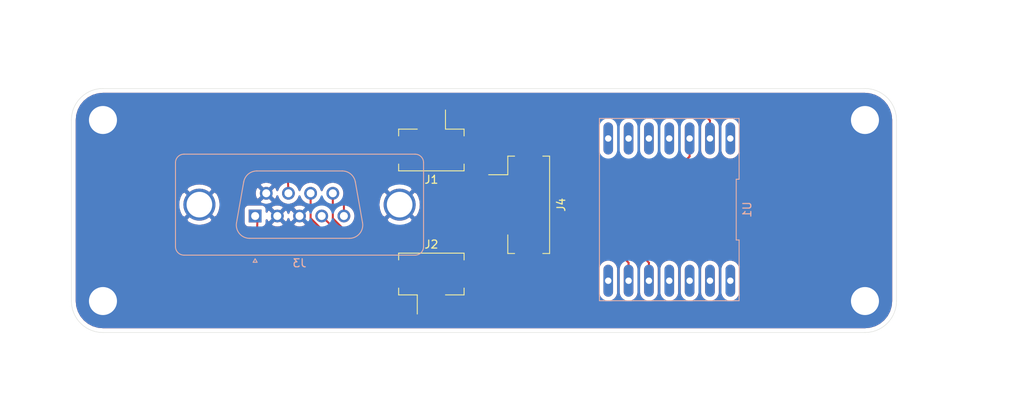
<source format=kicad_pcb>
(kicad_pcb (version 20171130) (host pcbnew "(5.1.5-0)")

  (general
    (thickness 1.6)
    (drawings 9)
    (tracks 51)
    (zones 0)
    (modules 5)
    (nets 18)
  )

  (page A4)
  (layers
    (0 F.Cu signal)
    (31 B.Cu signal)
    (32 B.Adhes user)
    (33 F.Adhes user)
    (34 B.Paste user)
    (35 F.Paste user)
    (36 B.SilkS user)
    (37 F.SilkS user)
    (38 B.Mask user)
    (39 F.Mask user)
    (40 Dwgs.User user)
    (41 Cmts.User user)
    (42 Eco1.User user)
    (43 Eco2.User user)
    (44 Edge.Cuts user)
    (45 Margin user)
    (46 B.CrtYd user)
    (47 F.CrtYd user)
    (48 B.Fab user)
    (49 F.Fab user)
  )

  (setup
    (last_trace_width 0.25)
    (trace_clearance 0.2)
    (zone_clearance 0.508)
    (zone_45_only no)
    (trace_min 0.2)
    (via_size 0.8)
    (via_drill 0.4)
    (via_min_size 0.4)
    (via_min_drill 0.3)
    (uvia_size 0.3)
    (uvia_drill 0.1)
    (uvias_allowed no)
    (uvia_min_size 0.2)
    (uvia_min_drill 0.1)
    (edge_width 0.05)
    (segment_width 0.2)
    (pcb_text_width 0.3)
    (pcb_text_size 1.5 1.5)
    (mod_edge_width 0.12)
    (mod_text_size 1 1)
    (mod_text_width 0.15)
    (pad_size 5 5)
    (pad_drill 3.2)
    (pad_to_mask_clearance 0.051)
    (solder_mask_min_width 0.25)
    (aux_axis_origin 0 0)
    (visible_elements FFFFFF7F)
    (pcbplotparams
      (layerselection 0x010fc_ffffffff)
      (usegerberextensions false)
      (usegerberattributes false)
      (usegerberadvancedattributes false)
      (creategerberjobfile false)
      (excludeedgelayer true)
      (linewidth 0.100000)
      (plotframeref false)
      (viasonmask false)
      (mode 1)
      (useauxorigin false)
      (hpglpennumber 1)
      (hpglpenspeed 20)
      (hpglpendiameter 15.000000)
      (psnegative false)
      (psa4output false)
      (plotreference true)
      (plotvalue true)
      (plotinvisibletext false)
      (padsonsilk false)
      (subtractmaskfromsilk false)
      (outputformat 1)
      (mirror false)
      (drillshape 0)
      (scaleselection 1)
      (outputdirectory "gerbers/back/"))
  )

  (net 0 "")
  (net 1 "Net-(J1-Pad2)")
  (net 2 "Net-(J2-Pad1)")
  (net 3 /3V_I2C)
  (net 4 /SCL)
  (net 5 /GND_I2C)
  (net 6 /SDA)
  (net 7 GND)
  (net 8 "Net-(U1-Pad7)")
  (net 9 "Net-(U1-Pad8)")
  (net 10 "Net-(U1-Pad9)")
  (net 11 "Net-(U1-Pad10)")
  (net 12 "Net-(U1-Pad4)")
  (net 13 "Net-(U1-Pad11)")
  (net 14 "Net-(U1-Pad3)")
  (net 15 "Net-(U1-Pad2)")
  (net 16 "Net-(U1-Pad1)")
  (net 17 "Net-(U1-Pad14)")

  (net_class Default "This is the default net class."
    (clearance 0.2)
    (trace_width 0.25)
    (via_dia 0.8)
    (via_drill 0.4)
    (uvia_dia 0.3)
    (uvia_drill 0.1)
    (add_net /3V_I2C)
    (add_net /GND_I2C)
    (add_net /SCL)
    (add_net /SDA)
    (add_net GND)
    (add_net "Net-(J1-Pad2)")
    (add_net "Net-(J2-Pad1)")
    (add_net "Net-(U1-Pad1)")
    (add_net "Net-(U1-Pad10)")
    (add_net "Net-(U1-Pad11)")
    (add_net "Net-(U1-Pad14)")
    (add_net "Net-(U1-Pad2)")
    (add_net "Net-(U1-Pad3)")
    (add_net "Net-(U1-Pad4)")
    (add_net "Net-(U1-Pad7)")
    (add_net "Net-(U1-Pad8)")
    (add_net "Net-(U1-Pad9)")
  )

  (module Connector_Dsub:DSUB-9_Male_Vertical_P2.77x2.84mm_MountingHoles (layer B.Cu) (tedit 59FEDEE2) (tstamp 5FCB566B)
    (at 119 112)
    (descr "9-pin D-Sub connector, straight/vertical, THT-mount, male, pitch 2.77x2.84mm, distance of mounting holes 25mm, see https://disti-assets.s3.amazonaws.com/tonar/files/datasheets/16730.pdf")
    (tags "9-pin D-Sub connector straight vertical THT male pitch 2.77x2.84mm mounting holes distance 25mm")
    (path /5FCAD965)
    (fp_text reference J3 (at 5.54 5.89) (layer B.SilkS)
      (effects (font (size 1 1) (thickness 0.15)) (justify mirror))
    )
    (fp_text value DB9_Male_MountingHoles (at 5.54 -8.73) (layer B.Fab)
      (effects (font (size 1 1) (thickness 0.15)) (justify mirror))
    )
    (fp_text user %R (at 5.54 -1.42) (layer B.Fab)
      (effects (font (size 1 1) (thickness 0.15)) (justify mirror))
    )
    (fp_line (start 21.5 5.35) (end -10.4 5.35) (layer B.CrtYd) (width 0.05))
    (fp_line (start 21.5 -8.2) (end 21.5 5.35) (layer B.CrtYd) (width 0.05))
    (fp_line (start -10.4 -8.2) (end 21.5 -8.2) (layer B.CrtYd) (width 0.05))
    (fp_line (start -10.4 5.35) (end -10.4 -8.2) (layer B.CrtYd) (width 0.05))
    (fp_line (start -2.32647 0.841744) (end -1.427202 -4.258256) (layer B.SilkS) (width 0.12))
    (fp_line (start 13.40647 0.841744) (end 12.507202 -4.258256) (layer B.SilkS) (width 0.12))
    (fp_line (start 0.207579 -5.63) (end 10.872421 -5.63) (layer B.SilkS) (width 0.12))
    (fp_line (start -0.691689 2.79) (end 11.771689 2.79) (layer B.SilkS) (width 0.12))
    (fp_line (start -2.278887 0.852163) (end -1.379619 -4.247837) (layer B.Fab) (width 0.1))
    (fp_line (start 13.358887 0.852163) (end 12.459619 -4.247837) (layer B.Fab) (width 0.1))
    (fp_line (start 0.196073 -5.57) (end 10.883927 -5.57) (layer B.Fab) (width 0.1))
    (fp_line (start -0.703194 2.73) (end 11.783194 2.73) (layer B.Fab) (width 0.1))
    (fp_line (start 0 5.351325) (end -0.25 5.784338) (layer B.SilkS) (width 0.12))
    (fp_line (start 0.25 5.784338) (end 0 5.351325) (layer B.SilkS) (width 0.12))
    (fp_line (start -0.25 5.784338) (end 0.25 5.784338) (layer B.SilkS) (width 0.12))
    (fp_line (start -9.945 -6.67) (end -9.945 3.83) (layer B.SilkS) (width 0.12))
    (fp_line (start 19.965 -7.73) (end -8.885 -7.73) (layer B.SilkS) (width 0.12))
    (fp_line (start 21.025 3.83) (end 21.025 -6.67) (layer B.SilkS) (width 0.12))
    (fp_line (start -8.885 4.89) (end 19.965 4.89) (layer B.SilkS) (width 0.12))
    (fp_line (start -9.885 -6.67) (end -9.885 3.83) (layer B.Fab) (width 0.1))
    (fp_line (start 19.965 -7.67) (end -8.885 -7.67) (layer B.Fab) (width 0.1))
    (fp_line (start 20.965 3.83) (end 20.965 -6.67) (layer B.Fab) (width 0.1))
    (fp_line (start -8.885 4.83) (end 19.965 4.83) (layer B.Fab) (width 0.1))
    (fp_arc (start 10.872421 -3.97) (end 10.872421 -5.63) (angle 80) (layer B.SilkS) (width 0.12))
    (fp_arc (start 0.207579 -3.97) (end 0.207579 -5.63) (angle -80) (layer B.SilkS) (width 0.12))
    (fp_arc (start 11.771689 1.13) (end 11.771689 2.79) (angle -100) (layer B.SilkS) (width 0.12))
    (fp_arc (start -0.691689 1.13) (end -0.691689 2.79) (angle 100) (layer B.SilkS) (width 0.12))
    (fp_arc (start 10.883927 -3.97) (end 10.883927 -5.57) (angle 80) (layer B.Fab) (width 0.1))
    (fp_arc (start 0.196073 -3.97) (end 0.196073 -5.57) (angle -80) (layer B.Fab) (width 0.1))
    (fp_arc (start 11.783194 1.13) (end 11.783194 2.73) (angle -100) (layer B.Fab) (width 0.1))
    (fp_arc (start -0.703194 1.13) (end -0.703194 2.73) (angle 100) (layer B.Fab) (width 0.1))
    (fp_arc (start 19.965 -6.67) (end 21.025 -6.67) (angle -90) (layer B.SilkS) (width 0.12))
    (fp_arc (start -8.885 -6.67) (end -9.945 -6.67) (angle 90) (layer B.SilkS) (width 0.12))
    (fp_arc (start 19.965 3.83) (end 19.965 4.89) (angle -90) (layer B.SilkS) (width 0.12))
    (fp_arc (start -8.885 3.83) (end -9.945 3.83) (angle -90) (layer B.SilkS) (width 0.12))
    (fp_arc (start 19.965 -6.67) (end 20.965 -6.67) (angle -90) (layer B.Fab) (width 0.1))
    (fp_arc (start -8.885 -6.67) (end -9.885 -6.67) (angle 90) (layer B.Fab) (width 0.1))
    (fp_arc (start 19.965 3.83) (end 19.965 4.83) (angle -90) (layer B.Fab) (width 0.1))
    (fp_arc (start -8.885 3.83) (end -9.885 3.83) (angle -90) (layer B.Fab) (width 0.1))
    (pad 0 thru_hole circle (at 18.04 -1.42) (size 4 4) (drill 3.2) (layers *.Cu *.Mask)
      (net 7 GND))
    (pad 0 thru_hole circle (at -6.96 -1.42) (size 4 4) (drill 3.2) (layers *.Cu *.Mask)
      (net 7 GND))
    (pad 9 thru_hole circle (at 9.695 -2.84) (size 1.6 1.6) (drill 1) (layers *.Cu *.Mask)
      (net 3 /3V_I2C))
    (pad 8 thru_hole circle (at 6.925 -2.84) (size 1.6 1.6) (drill 1) (layers *.Cu *.Mask)
      (net 4 /SCL))
    (pad 7 thru_hole circle (at 4.155 -2.84) (size 1.6 1.6) (drill 1) (layers *.Cu *.Mask)
      (net 1 "Net-(J1-Pad2)"))
    (pad 6 thru_hole circle (at 1.385 -2.84) (size 1.6 1.6) (drill 1) (layers *.Cu *.Mask)
      (net 7 GND))
    (pad 5 thru_hole circle (at 11.08 0) (size 1.6 1.6) (drill 1) (layers *.Cu *.Mask)
      (net 5 /GND_I2C))
    (pad 4 thru_hole circle (at 8.31 0) (size 1.6 1.6) (drill 1) (layers *.Cu *.Mask)
      (net 6 /SDA))
    (pad 3 thru_hole circle (at 5.54 0) (size 1.6 1.6) (drill 1) (layers *.Cu *.Mask)
      (net 7 GND))
    (pad 2 thru_hole circle (at 2.77 0) (size 1.6 1.6) (drill 1) (layers *.Cu *.Mask)
      (net 7 GND))
    (pad 1 thru_hole rect (at 0 0) (size 1.6 1.6) (drill 1) (layers *.Cu *.Mask)
      (net 2 "Net-(J2-Pad1)"))
    (model ${KIPRJMOD}/3D/191-009-113.STEP
      (offset (xyz -10 -7.75 5.5))
      (scale (xyz 1 1 1))
      (rotate (xyz 0 0 0))
    )
  )

  (module 0my_footprints:QT_PY (layer B.Cu) (tedit 5FCAFAF3) (tstamp 5FCB575A)
    (at 170.7 111.2 180)
    (path /5FCB1320)
    (fp_text reference U1 (at -9.72 0 270) (layer B.SilkS)
      (effects (font (size 1 1) (thickness 0.15)) (justify mirror))
    )
    (fp_text value QT_PY (at 0 0) (layer B.Fab)
      (effects (font (size 1 1) (thickness 0.15)) (justify mirror))
    )
    (fp_line (start -8.47 -11.14) (end -8.47 11.14) (layer B.CrtYd) (width 0.05))
    (fp_line (start 8.47 -11.14) (end -8.47 -11.14) (layer B.CrtYd) (width 0.05))
    (fp_line (start 8.47 11.14) (end 8.47 -11.14) (layer B.CrtYd) (width 0.05))
    (fp_line (start -8.47 11.14) (end 8.47 11.14) (layer B.CrtYd) (width 0.05))
    (fp_line (start -8.72 -3.796666) (end -8.72 -11.39) (layer B.SilkS) (width 0.12))
    (fp_line (start -8.36 -3.796666) (end -8.72 -3.796666) (layer B.SilkS) (width 0.12))
    (fp_line (start -8.36 3.796666) (end -8.36 -3.796666) (layer B.SilkS) (width 0.12))
    (fp_line (start -8.72 3.796666) (end -8.36 3.796666) (layer B.SilkS) (width 0.12))
    (fp_line (start -8.72 11.39) (end -8.72 3.796666) (layer B.SilkS) (width 0.12))
    (fp_line (start 8.72 11.39) (end -8.72 11.39) (layer B.SilkS) (width 0.12))
    (fp_line (start 8.72 -11.39) (end 8.72 11.39) (layer B.SilkS) (width 0.12))
    (fp_line (start -8.72 -11.39) (end 8.72 -11.39) (layer B.SilkS) (width 0.12))
    (pad 7 thru_hole oval (at 7.62 -8.89 180) (size 1.2 4) (drill 0.8) (layers *.Cu *.Mask)
      (net 8 "Net-(U1-Pad7)"))
    (pad 8 thru_hole oval (at 7.62 8.89 180) (size 1.2 4) (drill 0.8) (layers *.Cu *.Mask)
      (net 9 "Net-(U1-Pad8)"))
    (pad 6 thru_hole oval (at 5.08 -8.89 180) (size 1.2 4) (drill 0.8) (layers *.Cu *.Mask)
      (net 4 /SCL))
    (pad 9 thru_hole oval (at 5.08 8.89 180) (size 1.2 4) (drill 0.8) (layers *.Cu *.Mask)
      (net 10 "Net-(U1-Pad9)"))
    (pad 5 thru_hole oval (at 2.54 -8.89 180) (size 1.2 4) (drill 0.8) (layers *.Cu *.Mask)
      (net 6 /SDA))
    (pad 10 thru_hole oval (at 2.54 8.89 180) (size 1.2 4) (drill 0.8) (layers *.Cu *.Mask)
      (net 11 "Net-(U1-Pad10)"))
    (pad 4 thru_hole oval (at 0 -8.89 180) (size 1.2 4) (drill 0.8) (layers *.Cu *.Mask)
      (net 12 "Net-(U1-Pad4)"))
    (pad 11 thru_hole oval (at 0 8.89 180) (size 1.2 4) (drill 0.8) (layers *.Cu *.Mask)
      (net 13 "Net-(U1-Pad11)"))
    (pad 3 thru_hole oval (at -2.54 -8.89 180) (size 1.2 4) (drill 0.8) (layers *.Cu *.Mask)
      (net 14 "Net-(U1-Pad3)"))
    (pad 12 thru_hole oval (at -2.54 8.89 180) (size 1.2 4) (drill 0.8) (layers *.Cu *.Mask)
      (net 3 /3V_I2C))
    (pad 2 thru_hole oval (at -5.08 -8.89 180) (size 1.2 4) (drill 0.8) (layers *.Cu *.Mask)
      (net 15 "Net-(U1-Pad2)"))
    (pad 13 thru_hole oval (at -5.08 8.89 180) (size 1.2 4) (drill 0.8) (layers *.Cu *.Mask)
      (net 5 /GND_I2C))
    (pad 1 thru_hole oval (at -7.62 -8.89 180) (size 1.2 4) (drill 0.8) (layers *.Cu *.Mask)
      (net 16 "Net-(U1-Pad1)"))
    (pad 14 thru_hole oval (at -7.62 8.89 180) (size 1.2 4) (drill 0.8) (layers *.Cu *.Mask)
      (net 17 "Net-(U1-Pad14)"))
    (model "${KIPRJMOD}/3D/4600 QTPy.step"
      (offset (xyz 10.35 -9 0))
      (scale (xyz 1 1 1))
      (rotate (xyz 0 0 -90))
    )
  )

  (module Connector_JST:JST_PH_B4B-PH-SM4-TB_1x04-1MP_P2.00mm_Vertical (layer F.Cu) (tedit 5B78AD87) (tstamp 5FCB56F9)
    (at 151.4 110.6 270)
    (descr "JST PH series connector, B4B-PH-SM4-TB (http://www.jst-mfg.com/product/pdf/eng/ePH.pdf), generated with kicad-footprint-generator")
    (tags "connector JST PH side entry")
    (path /5FCAEA1A)
    (attr smd)
    (fp_text reference J4 (at 0 -5.8 90) (layer F.SilkS)
      (effects (font (size 1 1) (thickness 0.15)))
    )
    (fp_text value "STEMMA JST-PH connector" (at 0 5.8 90) (layer F.Fab)
      (effects (font (size 1 1) (thickness 0.15)))
    )
    (fp_text user %R (at 0 1.5 90) (layer F.Fab)
      (effects (font (size 1 1) (thickness 0.15)))
    )
    (fp_line (start -3 0.042893) (end -2.5 0.75) (layer F.Fab) (width 0.1))
    (fp_line (start -3.5 0.75) (end -3 0.042893) (layer F.Fab) (width 0.1))
    (fp_line (start 6.7 -4.75) (end -6.7 -4.75) (layer F.CrtYd) (width 0.05))
    (fp_line (start 6.7 3.75) (end 6.7 -4.75) (layer F.CrtYd) (width 0.05))
    (fp_line (start -6.7 3.75) (end 6.7 3.75) (layer F.CrtYd) (width 0.05))
    (fp_line (start -6.7 -4.75) (end -6.7 3.75) (layer F.CrtYd) (width 0.05))
    (fp_line (start 3.25 -2.75) (end 2.75 -2.75) (layer F.Fab) (width 0.1))
    (fp_line (start 3.25 -2.25) (end 3.25 -2.75) (layer F.Fab) (width 0.1))
    (fp_line (start 2.75 -2.25) (end 3.25 -2.25) (layer F.Fab) (width 0.1))
    (fp_line (start 2.75 -2.75) (end 2.75 -2.25) (layer F.Fab) (width 0.1))
    (fp_line (start 1.25 -2.75) (end 0.75 -2.75) (layer F.Fab) (width 0.1))
    (fp_line (start 1.25 -2.25) (end 1.25 -2.75) (layer F.Fab) (width 0.1))
    (fp_line (start 0.75 -2.25) (end 1.25 -2.25) (layer F.Fab) (width 0.1))
    (fp_line (start 0.75 -2.75) (end 0.75 -2.25) (layer F.Fab) (width 0.1))
    (fp_line (start -0.75 -2.75) (end -1.25 -2.75) (layer F.Fab) (width 0.1))
    (fp_line (start -0.75 -2.25) (end -0.75 -2.75) (layer F.Fab) (width 0.1))
    (fp_line (start -1.25 -2.25) (end -0.75 -2.25) (layer F.Fab) (width 0.1))
    (fp_line (start -1.25 -2.75) (end -1.25 -2.25) (layer F.Fab) (width 0.1))
    (fp_line (start -2.75 -2.75) (end -3.25 -2.75) (layer F.Fab) (width 0.1))
    (fp_line (start -2.75 -2.25) (end -2.75 -2.75) (layer F.Fab) (width 0.1))
    (fp_line (start -3.25 -2.25) (end -2.75 -2.25) (layer F.Fab) (width 0.1))
    (fp_line (start -3.25 -2.75) (end -3.25 -2.25) (layer F.Fab) (width 0.1))
    (fp_line (start 5.975 0.75) (end 5.975 -4.25) (layer F.Fab) (width 0.1))
    (fp_line (start -5.975 0.75) (end -5.975 -4.25) (layer F.Fab) (width 0.1))
    (fp_line (start -5.975 -4.25) (end 5.975 -4.25) (layer F.Fab) (width 0.1))
    (fp_line (start 6.085 -4.36) (end 6.085 -3.51) (layer F.SilkS) (width 0.12))
    (fp_line (start -6.085 -4.36) (end 6.085 -4.36) (layer F.SilkS) (width 0.12))
    (fp_line (start -6.085 -3.51) (end -6.085 -4.36) (layer F.SilkS) (width 0.12))
    (fp_line (start 6.085 0.86) (end 3.76 0.86) (layer F.SilkS) (width 0.12))
    (fp_line (start 6.085 0.01) (end 6.085 0.86) (layer F.SilkS) (width 0.12))
    (fp_line (start -3.76 0.86) (end -3.76 3.25) (layer F.SilkS) (width 0.12))
    (fp_line (start -6.085 0.86) (end -3.76 0.86) (layer F.SilkS) (width 0.12))
    (fp_line (start -6.085 0.01) (end -6.085 0.86) (layer F.SilkS) (width 0.12))
    (fp_line (start -5.975 0.75) (end 5.975 0.75) (layer F.Fab) (width 0.1))
    (pad MP smd roundrect (at 5.4 -1.75 270) (size 1.6 3) (layers F.Cu F.Paste F.Mask) (roundrect_rratio 0.15625))
    (pad MP smd roundrect (at -5.4 -1.75 270) (size 1.6 3) (layers F.Cu F.Paste F.Mask) (roundrect_rratio 0.15625))
    (pad 4 smd roundrect (at 3 0.5 270) (size 1 5.5) (layers F.Cu F.Paste F.Mask) (roundrect_rratio 0.25)
      (net 4 /SCL))
    (pad 3 smd roundrect (at 1 0.5 270) (size 1 5.5) (layers F.Cu F.Paste F.Mask) (roundrect_rratio 0.25)
      (net 6 /SDA))
    (pad 2 smd roundrect (at -1 0.5 270) (size 1 5.5) (layers F.Cu F.Paste F.Mask) (roundrect_rratio 0.25)
      (net 3 /3V_I2C))
    (pad 1 smd roundrect (at -3 0.5 270) (size 1 5.5) (layers F.Cu F.Paste F.Mask) (roundrect_rratio 0.25)
      (net 5 /GND_I2C))
    (model ${KIPRJMOD}/3D/B4B-PH-SM4-TB.STEP
      (offset (xyz -6 5 0))
      (scale (xyz 1 1 1))
      (rotate (xyz -90 0 0))
    )
  )

  (module Connector_JST:JST_PH_B2B-PH-SM4-TB_1x02-1MP_P2.00mm_Vertical (layer F.Cu) (tedit 5B78AD87) (tstamp 5FCBA52E)
    (at 141 121)
    (descr "JST PH series connector, B2B-PH-SM4-TB (http://www.jst-mfg.com/product/pdf/eng/ePH.pdf), generated with kicad-footprint-generator")
    (tags "connector JST PH side entry")
    (path /5FCB4462)
    (attr smd)
    (fp_text reference J2 (at 0 -5.45) (layer F.SilkS)
      (effects (font (size 1 1) (thickness 0.15)))
    )
    (fp_text value Vplus (at 0 4.45) (layer F.Fab)
      (effects (font (size 1 1) (thickness 0.15)))
    )
    (fp_text user %R (at 0 -1 180) (layer F.Fab)
      (effects (font (size 1 1) (thickness 0.15)))
    )
    (fp_line (start -1 0.042893) (end -0.5 0.75) (layer F.Fab) (width 0.1))
    (fp_line (start -1.5 0.75) (end -1 0.042893) (layer F.Fab) (width 0.1))
    (fp_line (start 4.7 -4.75) (end -4.7 -4.75) (layer F.CrtYd) (width 0.05))
    (fp_line (start 4.7 3.75) (end 4.7 -4.75) (layer F.CrtYd) (width 0.05))
    (fp_line (start -4.7 3.75) (end 4.7 3.75) (layer F.CrtYd) (width 0.05))
    (fp_line (start -4.7 -4.75) (end -4.7 3.75) (layer F.CrtYd) (width 0.05))
    (fp_line (start 1.25 -2.75) (end 0.75 -2.75) (layer F.Fab) (width 0.1))
    (fp_line (start 1.25 -2.25) (end 1.25 -2.75) (layer F.Fab) (width 0.1))
    (fp_line (start 0.75 -2.25) (end 1.25 -2.25) (layer F.Fab) (width 0.1))
    (fp_line (start 0.75 -2.75) (end 0.75 -2.25) (layer F.Fab) (width 0.1))
    (fp_line (start -0.75 -2.75) (end -1.25 -2.75) (layer F.Fab) (width 0.1))
    (fp_line (start -0.75 -2.25) (end -0.75 -2.75) (layer F.Fab) (width 0.1))
    (fp_line (start -1.25 -2.25) (end -0.75 -2.25) (layer F.Fab) (width 0.1))
    (fp_line (start -1.25 -2.75) (end -1.25 -2.25) (layer F.Fab) (width 0.1))
    (fp_line (start 3.975 0.75) (end 3.975 -4.25) (layer F.Fab) (width 0.1))
    (fp_line (start -3.975 0.75) (end -3.975 -4.25) (layer F.Fab) (width 0.1))
    (fp_line (start -3.975 -4.25) (end 3.975 -4.25) (layer F.Fab) (width 0.1))
    (fp_line (start 4.085 -4.36) (end 4.085 -3.51) (layer F.SilkS) (width 0.12))
    (fp_line (start -4.085 -4.36) (end 4.085 -4.36) (layer F.SilkS) (width 0.12))
    (fp_line (start -4.085 -3.51) (end -4.085 -4.36) (layer F.SilkS) (width 0.12))
    (fp_line (start 4.085 0.86) (end 1.76 0.86) (layer F.SilkS) (width 0.12))
    (fp_line (start 4.085 0.01) (end 4.085 0.86) (layer F.SilkS) (width 0.12))
    (fp_line (start -1.76 0.86) (end -1.76 3.25) (layer F.SilkS) (width 0.12))
    (fp_line (start -4.085 0.86) (end -1.76 0.86) (layer F.SilkS) (width 0.12))
    (fp_line (start -4.085 0.01) (end -4.085 0.86) (layer F.SilkS) (width 0.12))
    (fp_line (start -3.975 0.75) (end 3.975 0.75) (layer F.Fab) (width 0.1))
    (pad MP smd roundrect (at 3.4 -1.75) (size 1.6 3) (layers F.Cu F.Paste F.Mask) (roundrect_rratio 0.15625))
    (pad MP smd roundrect (at -3.4 -1.75) (size 1.6 3) (layers F.Cu F.Paste F.Mask) (roundrect_rratio 0.15625))
    (pad 2 smd roundrect (at 1 0.5) (size 1 5.5) (layers F.Cu F.Paste F.Mask) (roundrect_rratio 0.25)
      (net 7 GND))
    (pad 1 smd roundrect (at -1 0.5) (size 1 5.5) (layers F.Cu F.Paste F.Mask) (roundrect_rratio 0.25)
      (net 2 "Net-(J2-Pad1)"))
    (model ${KIPRJMOD}/3D/B2B-PH-SM4-TB.STEP
      (offset (xyz -4 3 0))
      (scale (xyz 1 1 1))
      (rotate (xyz -90 0 0))
    )
  )

  (module Connector_JST:JST_PH_B2B-PH-SM4-TB_1x02-1MP_P2.00mm_Vertical (layer F.Cu) (tedit 5B78AD87) (tstamp 5FCBA6EA)
    (at 141 102 180)
    (descr "JST PH series connector, B2B-PH-SM4-TB (http://www.jst-mfg.com/product/pdf/eng/ePH.pdf), generated with kicad-footprint-generator")
    (tags "connector JST PH side entry")
    (path /5FCB3EC2)
    (attr smd)
    (fp_text reference J1 (at 0 -5.45) (layer F.SilkS)
      (effects (font (size 1 1) (thickness 0.15)))
    )
    (fp_text value Vminus (at 0 4.45) (layer F.Fab)
      (effects (font (size 1 1) (thickness 0.15)))
    )
    (fp_text user %R (at 0 -1 90) (layer F.Fab)
      (effects (font (size 1 1) (thickness 0.15)))
    )
    (fp_line (start -1 0.042893) (end -0.5 0.75) (layer F.Fab) (width 0.1))
    (fp_line (start -1.5 0.75) (end -1 0.042893) (layer F.Fab) (width 0.1))
    (fp_line (start 4.7 -4.75) (end -4.7 -4.75) (layer F.CrtYd) (width 0.05))
    (fp_line (start 4.7 3.75) (end 4.7 -4.75) (layer F.CrtYd) (width 0.05))
    (fp_line (start -4.7 3.75) (end 4.7 3.75) (layer F.CrtYd) (width 0.05))
    (fp_line (start -4.7 -4.75) (end -4.7 3.75) (layer F.CrtYd) (width 0.05))
    (fp_line (start 1.25 -2.75) (end 0.75 -2.75) (layer F.Fab) (width 0.1))
    (fp_line (start 1.25 -2.25) (end 1.25 -2.75) (layer F.Fab) (width 0.1))
    (fp_line (start 0.75 -2.25) (end 1.25 -2.25) (layer F.Fab) (width 0.1))
    (fp_line (start 0.75 -2.75) (end 0.75 -2.25) (layer F.Fab) (width 0.1))
    (fp_line (start -0.75 -2.75) (end -1.25 -2.75) (layer F.Fab) (width 0.1))
    (fp_line (start -0.75 -2.25) (end -0.75 -2.75) (layer F.Fab) (width 0.1))
    (fp_line (start -1.25 -2.25) (end -0.75 -2.25) (layer F.Fab) (width 0.1))
    (fp_line (start -1.25 -2.75) (end -1.25 -2.25) (layer F.Fab) (width 0.1))
    (fp_line (start 3.975 0.75) (end 3.975 -4.25) (layer F.Fab) (width 0.1))
    (fp_line (start -3.975 0.75) (end -3.975 -4.25) (layer F.Fab) (width 0.1))
    (fp_line (start -3.975 -4.25) (end 3.975 -4.25) (layer F.Fab) (width 0.1))
    (fp_line (start 4.085 -4.36) (end 4.085 -3.51) (layer F.SilkS) (width 0.12))
    (fp_line (start -4.085 -4.36) (end 4.085 -4.36) (layer F.SilkS) (width 0.12))
    (fp_line (start -4.085 -3.51) (end -4.085 -4.36) (layer F.SilkS) (width 0.12))
    (fp_line (start 4.085 0.86) (end 1.76 0.86) (layer F.SilkS) (width 0.12))
    (fp_line (start 4.085 0.01) (end 4.085 0.86) (layer F.SilkS) (width 0.12))
    (fp_line (start -1.76 0.86) (end -1.76 3.25) (layer F.SilkS) (width 0.12))
    (fp_line (start -4.085 0.86) (end -1.76 0.86) (layer F.SilkS) (width 0.12))
    (fp_line (start -4.085 0.01) (end -4.085 0.86) (layer F.SilkS) (width 0.12))
    (fp_line (start -3.975 0.75) (end 3.975 0.75) (layer F.Fab) (width 0.1))
    (pad MP smd roundrect (at 3.4 -1.75 180) (size 1.6 3) (layers F.Cu F.Paste F.Mask) (roundrect_rratio 0.15625))
    (pad MP smd roundrect (at -3.4 -1.75 180) (size 1.6 3) (layers F.Cu F.Paste F.Mask) (roundrect_rratio 0.15625))
    (pad 2 smd roundrect (at 1 0.5 180) (size 1 5.5) (layers F.Cu F.Paste F.Mask) (roundrect_rratio 0.25)
      (net 1 "Net-(J1-Pad2)"))
    (pad 1 smd roundrect (at -1 0.5 180) (size 1 5.5) (layers F.Cu F.Paste F.Mask) (roundrect_rratio 0.25)
      (net 7 GND))
    (model ${KIPRJMOD}/3D/B2B-PH-SM4-TB.STEP
      (offset (xyz -4 3 0))
      (scale (xyz 1 1 1))
      (rotate (xyz -90 0 0))
    )
  )

  (gr_text "https://www.norcomp.net/products/dualport-dsub/85\nhttps://content.norcomp.net/rohspdfs/Connectors/PanelCutOuts/Panel_Cutout_D-Sub-Single.pdf" (at 124.7 94.3) (layer Dwgs.User)
    (effects (font (size 1 1) (thickness 0.15)))
  )
  (gr_arc (start 100 100) (end 96.065 100) (angle 90) (layer Edge.Cuts) (width 0.05))
  (gr_line (start 100 96.065) (end 195.13 96.065) (layer Edge.Cuts) (width 0.05))
  (gr_arc (start 195.13 100) (end 195.13 96.065) (angle 90) (layer Edge.Cuts) (width 0.05) (tstamp 5FC2B15F))
  (gr_line (start 199.065 100) (end 199.065 122.63) (layer Edge.Cuts) (width 0.05))
  (gr_arc (start 195.13 122.63) (end 199.065 122.63) (angle 90) (layer Edge.Cuts) (width 0.05) (tstamp 5FC2B156))
  (gr_line (start 195.13 126.565) (end 100 126.565) (layer Edge.Cuts) (width 0.05))
  (gr_arc (start 100 122.63) (end 100 126.565) (angle 90) (layer Edge.Cuts) (width 0.05) (tstamp 5FC2B148))
  (gr_line (start 96.065 122.63) (end 96.065 100) (layer Edge.Cuts) (width 0.05))

  (segment (start 123.155 104.855) (end 122.7 104.4) (width 0.25) (layer F.Cu) (net 1))
  (segment (start 140 101.5) (end 126.5 101.5) (width 0.25) (layer F.Cu) (net 1))
  (segment (start 123 105) (end 123.155 104.855) (width 0.25) (layer F.Cu) (net 1))
  (segment (start 126.5 101.5) (end 123 105) (width 0.25) (layer F.Cu) (net 1))
  (segment (start 123.155 109.16) (end 123 105) (width 0.25) (layer F.Cu) (net 1))
  (segment (start 119.3 112.3) (end 119 112) (width 0.25) (layer F.Cu) (net 2))
  (segment (start 140 121.5) (end 121.5 121.5) (width 0.25) (layer F.Cu) (net 2))
  (segment (start 121.5 121.5) (end 119 119) (width 0.25) (layer F.Cu) (net 2))
  (segment (start 119 119) (end 119.3 112.3) (width 0.25) (layer F.Cu) (net 2))
  (segment (start 119.3 119.5) (end 119 119) (width 0.25) (layer F.Cu) (net 2))
  (segment (start 172.92 102.11) (end 172.92 103.51) (width 0.25) (layer F.Cu) (net 3))
  (segment (start 173.24 104.56) (end 173.24 102.31) (width 0.25) (layer F.Cu) (net 3))
  (segment (start 168.2 109.6) (end 173.24 104.56) (width 0.25) (layer F.Cu) (net 3))
  (segment (start 150.9 109.6) (end 168.2 109.6) (width 0.25) (layer F.Cu) (net 3))
  (segment (start 128.695 112.295) (end 129.9 113.5) (width 0.25) (layer F.Cu) (net 3))
  (segment (start 128.695 109.16) (end 128.695 112.295) (width 0.25) (layer F.Cu) (net 3))
  (segment (start 129.9 113.5) (end 139.7 113.5) (width 0.25) (layer F.Cu) (net 3))
  (segment (start 143.6 109.6) (end 150.9 109.6) (width 0.25) (layer F.Cu) (net 3))
  (segment (start 139.7 113.5) (end 143.6 109.6) (width 0.25) (layer F.Cu) (net 3))
  (segment (start 165.62 117.84) (end 165.62 120.09) (width 0.25) (layer F.Cu) (net 4))
  (segment (start 161.38 113.6) (end 165.62 117.84) (width 0.25) (layer F.Cu) (net 4))
  (segment (start 150.9 113.6) (end 161.38 113.6) (width 0.25) (layer F.Cu) (net 4))
  (segment (start 125.925 112.280002) (end 128.544998 114.9) (width 0.25) (layer F.Cu) (net 4))
  (segment (start 125.925 109.16) (end 125.925 112.280002) (width 0.25) (layer F.Cu) (net 4))
  (segment (start 128.544998 114.9) (end 143.6 114.9) (width 0.25) (layer F.Cu) (net 4))
  (segment (start 144.9 113.6) (end 150.9 113.6) (width 0.25) (layer F.Cu) (net 4))
  (segment (start 143.6 114.9) (end 144.9 113.6) (width 0.25) (layer F.Cu) (net 4))
  (segment (start 175.78 100.06) (end 174.82 99.1) (width 0.25) (layer F.Cu) (net 5))
  (segment (start 175.78 102.31) (end 175.78 100.06) (width 0.25) (layer F.Cu) (net 5))
  (segment (start 174.82 99.1) (end 161.7 99.1) (width 0.25) (layer F.Cu) (net 5))
  (segment (start 161.7 99.1) (end 159 101.8) (width 0.25) (layer F.Cu) (net 5))
  (segment (start 159 101.8) (end 159 104.8) (width 0.25) (layer F.Cu) (net 5))
  (segment (start 156.2 107.6) (end 150.9 107.6) (width 0.25) (layer F.Cu) (net 5))
  (segment (start 159 104.8) (end 156.2 107.6) (width 0.25) (layer F.Cu) (net 5))
  (segment (start 130.08 112) (end 130.08 110.62) (width 0.25) (layer F.Cu) (net 5))
  (segment (start 133.1 107.6) (end 150.9 107.6) (width 0.25) (layer F.Cu) (net 5))
  (segment (start 130.08 110.62) (end 133.1 107.6) (width 0.25) (layer F.Cu) (net 5))
  (segment (start 153.65 111.6) (end 150.9 111.6) (width 0.25) (layer F.Cu) (net 6))
  (segment (start 161.92 111.6) (end 153.65 111.6) (width 0.25) (layer F.Cu) (net 6))
  (segment (start 168.16 117.84) (end 161.92 111.6) (width 0.25) (layer F.Cu) (net 6))
  (segment (start 168.16 120.09) (end 168.16 117.84) (width 0.25) (layer F.Cu) (net 6))
  (segment (start 143.8 111.6) (end 150.9 111.6) (width 0.25) (layer F.Cu) (net 6))
  (segment (start 127.31 112) (end 129.51 114.2) (width 0.25) (layer F.Cu) (net 6))
  (segment (start 129.51 114.2) (end 141.2 114.2) (width 0.25) (layer F.Cu) (net 6))
  (segment (start 141.2 114.2) (end 142.5 112.9) (width 0.25) (layer F.Cu) (net 6))
  (segment (start 142.5 112.9) (end 143.8 111.6) (width 0.25) (layer F.Cu) (net 6))
  (segment (start 141.9 113.5) (end 142.5 112.9) (width 0.25) (layer F.Cu) (net 6))
  (via (at 100 100) (size 5.8) (drill 3.5) (layers F.Cu B.Cu) (net 7))
  (via (at 100 122.63) (size 5.8) (drill 3.5) (layers F.Cu B.Cu) (net 7))
  (via (at 195.13 100) (size 5.8) (drill 3.5) (layers F.Cu B.Cu) (net 7))
  (via (at 195.13 122.63) (size 5.8) (drill 3.5) (layers F.Cu B.Cu) (net 7))

  (zone (net 0) (net_name "") (layer F.Mask) (tstamp 0) (hatch edge 0.508)
    (connect_pads (clearance 0.508))
    (min_thickness 0.254)
    (fill yes (arc_segments 32) (thermal_gap 0.508) (thermal_bridge_width 0.508))
    (polygon
      (pts
        (xy 205 130) (xy 90 130) (xy 90 90) (xy 205 90)
      )
    )
    (filled_polygon
      (pts
        (xy 195.515697 96.083948) (xy 195.89768 96.14061) (xy 196.27227 96.23444) (xy 196.635859 96.364534) (xy 196.984946 96.52964)
        (xy 197.316169 96.728167) (xy 197.626338 96.958204) (xy 197.912465 97.217535) (xy 198.171796 97.503662) (xy 198.401833 97.813831)
        (xy 198.60036 98.145054) (xy 198.765466 98.494141) (xy 198.89556 98.85773) (xy 198.98939 99.23232) (xy 199.046052 99.614303)
        (xy 199.065 100) (xy 199.065 122.63) (xy 199.046052 123.015697) (xy 198.98939 123.39768) (xy 198.89556 123.77227)
        (xy 198.765466 124.135859) (xy 198.60036 124.484946) (xy 198.401833 124.816169) (xy 198.171796 125.126338) (xy 197.912465 125.412465)
        (xy 197.626338 125.671796) (xy 197.316169 125.901833) (xy 196.984946 126.10036) (xy 196.635859 126.265466) (xy 196.27227 126.39556)
        (xy 195.89768 126.48939) (xy 195.515697 126.546052) (xy 195.13 126.565) (xy 100 126.565) (xy 99.614303 126.546052)
        (xy 99.23232 126.48939) (xy 98.85773 126.39556) (xy 98.494141 126.265466) (xy 98.145054 126.10036) (xy 97.813831 125.901833)
        (xy 97.503662 125.671796) (xy 97.217535 125.412465) (xy 96.958204 125.126338) (xy 96.728167 124.816169) (xy 96.52964 124.484946)
        (xy 96.364534 124.135859) (xy 96.23444 123.77227) (xy 96.14061 123.39768) (xy 96.083948 123.015697) (xy 96.065 122.63)
        (xy 96.065 100) (xy 96.083948 99.614303) (xy 96.14061 99.23232) (xy 96.23444 98.85773) (xy 96.364534 98.494141)
        (xy 96.52964 98.145054) (xy 96.728167 97.813831) (xy 96.958204 97.503662) (xy 97.217535 97.217535) (xy 97.503662 96.958204)
        (xy 97.813831 96.728167) (xy 98.145054 96.52964) (xy 98.494141 96.364534) (xy 98.85773 96.23444) (xy 99.23232 96.14061)
        (xy 99.614303 96.083948) (xy 100 96.065) (xy 195.13 96.065)
      )
    )
  )
  (zone (net 0) (net_name "") (layer B.Mask) (tstamp 5FC3E99E) (hatch edge 0.508)
    (connect_pads (clearance 0.508))
    (min_thickness 0.254)
    (fill yes (arc_segments 32) (thermal_gap 0.508) (thermal_bridge_width 0.508))
    (polygon
      (pts
        (xy 207.338451 130) (xy 92.338451 130) (xy 92.338451 90) (xy 207.338451 90)
      )
    )
    (filled_polygon
      (pts
        (xy 195.515697 96.083948) (xy 195.89768 96.14061) (xy 196.27227 96.23444) (xy 196.635859 96.364534) (xy 196.984946 96.52964)
        (xy 197.316169 96.728167) (xy 197.626338 96.958204) (xy 197.912465 97.217535) (xy 198.171796 97.503662) (xy 198.401833 97.813831)
        (xy 198.60036 98.145054) (xy 198.765466 98.494141) (xy 198.89556 98.85773) (xy 198.98939 99.23232) (xy 199.046052 99.614303)
        (xy 199.065 100) (xy 199.065 122.63) (xy 199.046052 123.015697) (xy 198.98939 123.39768) (xy 198.89556 123.77227)
        (xy 198.765466 124.135859) (xy 198.60036 124.484946) (xy 198.401833 124.816169) (xy 198.171796 125.126338) (xy 197.912465 125.412465)
        (xy 197.626338 125.671796) (xy 197.316169 125.901833) (xy 196.984946 126.10036) (xy 196.635859 126.265466) (xy 196.27227 126.39556)
        (xy 195.89768 126.48939) (xy 195.515697 126.546052) (xy 195.13 126.565) (xy 100 126.565) (xy 99.614303 126.546052)
        (xy 99.23232 126.48939) (xy 98.85773 126.39556) (xy 98.494141 126.265466) (xy 98.145054 126.10036) (xy 97.813831 125.901833)
        (xy 97.503662 125.671796) (xy 97.217535 125.412465) (xy 96.958204 125.126338) (xy 96.728167 124.816169) (xy 96.52964 124.484946)
        (xy 96.364534 124.135859) (xy 96.23444 123.77227) (xy 96.14061 123.39768) (xy 96.083948 123.015697) (xy 96.065 122.63)
        (xy 96.065 100) (xy 96.083948 99.614303) (xy 96.14061 99.23232) (xy 96.23444 98.85773) (xy 96.364534 98.494141)
        (xy 96.52964 98.145054) (xy 96.728167 97.813831) (xy 96.958204 97.503662) (xy 97.217535 97.217535) (xy 97.503662 96.958204)
        (xy 97.813831 96.728167) (xy 98.145054 96.52964) (xy 98.494141 96.364534) (xy 98.85773 96.23444) (xy 99.23232 96.14061)
        (xy 99.614303 96.083948) (xy 100 96.065) (xy 195.13 96.065)
      )
    )
  )
  (zone (net 7) (net_name GND) (layer F.Cu) (tstamp 0) (hatch edge 0.508)
    (connect_pads (clearance 0.508))
    (min_thickness 0.254)
    (fill yes (arc_segments 32) (thermal_gap 0.508) (thermal_bridge_width 0.508))
    (polygon
      (pts
        (xy 215 135) (xy 95 135) (xy 95 85) (xy 215 85)
      )
    )
    (filled_polygon
      (pts
        (xy 195.765502 96.790476) (xy 196.376802 96.975039) (xy 196.940603 97.274817) (xy 197.435445 97.678399) (xy 197.842474 98.170412)
        (xy 198.146184 98.732112) (xy 198.335008 99.342104) (xy 198.405 100.008036) (xy 198.405001 122.597712) (xy 198.339524 123.265501)
        (xy 198.154962 123.8768) (xy 197.855183 124.440603) (xy 197.451598 124.935447) (xy 196.959587 125.342474) (xy 196.397888 125.646184)
        (xy 195.787896 125.835008) (xy 195.121964 125.905) (xy 100.032278 125.905) (xy 99.364499 125.839524) (xy 98.7532 125.654962)
        (xy 98.189397 125.355183) (xy 97.694553 124.951598) (xy 97.287526 124.459587) (xy 96.983816 123.897888) (xy 96.794992 123.287896)
        (xy 96.725 122.621964) (xy 96.725 112.427499) (xy 110.372106 112.427499) (xy 110.588228 112.794258) (xy 111.048105 113.034938)
        (xy 111.546098 113.181275) (xy 112.063071 113.227648) (xy 112.579159 113.172273) (xy 113.074526 113.017279) (xy 113.491772 112.794258)
        (xy 113.707894 112.427499) (xy 112.04 110.759605) (xy 110.372106 112.427499) (xy 96.725 112.427499) (xy 96.725 110.603071)
        (xy 109.392352 110.603071) (xy 109.447727 111.119159) (xy 109.602721 111.614526) (xy 109.825742 112.031772) (xy 110.192501 112.247894)
        (xy 111.860395 110.58) (xy 112.219605 110.58) (xy 113.887499 112.247894) (xy 114.254258 112.031772) (xy 114.494938 111.571895)
        (xy 114.60422 111.2) (xy 117.561928 111.2) (xy 117.561928 112.8) (xy 117.574188 112.924482) (xy 117.610498 113.04418)
        (xy 117.669463 113.154494) (xy 117.748815 113.251185) (xy 117.845506 113.330537) (xy 117.95582 113.389502) (xy 118.075518 113.425812)
        (xy 118.2 113.438072) (xy 118.48828 113.438072) (xy 118.242497 118.927239) (xy 118.237227 118.962878) (xy 118.238149 118.981472)
        (xy 118.236324 119) (xy 118.241848 119.056086) (xy 118.24464 119.1124) (xy 118.245004 119.113849) (xy 118.245083 119.115332)
        (xy 118.249319 119.131937) (xy 118.250998 119.148985) (xy 118.267359 119.202923) (xy 118.281083 119.257604) (xy 118.281719 119.258947)
        (xy 118.282088 119.260394) (xy 118.28948 119.27585) (xy 118.294454 119.292246) (xy 118.321034 119.341974) (xy 118.329098 119.359003)
        (xy 118.329859 119.360272) (xy 118.346684 119.395448) (xy 118.356947 119.409161) (xy 118.365026 119.424276) (xy 118.377059 119.438938)
        (xy 118.667513 119.923029) (xy 118.734388 120.013113) (xy 118.84536 120.113599) (xy 118.973803 120.190504) (xy 119.114781 120.240875)
        (xy 119.174974 120.249775) (xy 120.936201 122.011003) (xy 120.959999 122.040001) (xy 120.988997 122.063799) (xy 121.075723 122.134974)
        (xy 121.207753 122.205546) (xy 121.351014 122.249003) (xy 121.462667 122.26) (xy 121.462677 122.26) (xy 121.5 122.263676)
        (xy 121.537323 122.26) (xy 138.861928 122.26) (xy 138.861928 124) (xy 138.878992 124.173254) (xy 138.929528 124.33985)
        (xy 139.011595 124.493386) (xy 139.122038 124.627962) (xy 139.256614 124.738405) (xy 139.41015 124.820472) (xy 139.576746 124.871008)
        (xy 139.75 124.888072) (xy 140.25 124.888072) (xy 140.423254 124.871008) (xy 140.58985 124.820472) (xy 140.743386 124.738405)
        (xy 140.877962 124.627962) (xy 140.940969 124.551187) (xy 140.969463 124.604494) (xy 141.048815 124.701185) (xy 141.145506 124.780537)
        (xy 141.25582 124.839502) (xy 141.375518 124.875812) (xy 141.5 124.888072) (xy 141.71425 124.885) (xy 141.873 124.72625)
        (xy 141.873 121.627) (xy 142.127 121.627) (xy 142.127 124.72625) (xy 142.28575 124.885) (xy 142.5 124.888072)
        (xy 142.624482 124.875812) (xy 142.74418 124.839502) (xy 142.854494 124.780537) (xy 142.951185 124.701185) (xy 143.030537 124.604494)
        (xy 143.089502 124.49418) (xy 143.125812 124.374482) (xy 143.138072 124.25) (xy 143.135 121.78575) (xy 142.97625 121.627)
        (xy 142.127 121.627) (xy 141.873 121.627) (xy 141.853 121.627) (xy 141.853 121.550664) (xy 161.845 121.550664)
        (xy 161.86287 121.732101) (xy 161.933489 121.9649) (xy 162.048167 122.179448) (xy 162.202498 122.367502) (xy 162.390551 122.521833)
        (xy 162.605099 122.636511) (xy 162.837898 122.70713) (xy 163.08 122.730975) (xy 163.322101 122.70713) (xy 163.5549 122.636511)
        (xy 163.769448 122.521833) (xy 163.957502 122.367502) (xy 164.111833 122.179449) (xy 164.226511 121.964901) (xy 164.29713 121.732102)
        (xy 164.315 121.550665) (xy 164.315 118.629335) (xy 164.29713 118.447898) (xy 164.226511 118.215099) (xy 164.111833 118.000551)
        (xy 163.957502 117.812498) (xy 163.769449 117.658167) (xy 163.554901 117.543489) (xy 163.322102 117.47287) (xy 163.08 117.449025)
        (xy 162.837899 117.47287) (xy 162.6051 117.543489) (xy 162.390552 117.658167) (xy 162.202499 117.812498) (xy 162.048168 118.000551)
        (xy 161.93349 118.215099) (xy 161.862871 118.447898) (xy 161.845001 118.629335) (xy 161.845 121.550664) (xy 141.853 121.550664)
        (xy 141.853 121.373) (xy 141.873 121.373) (xy 141.873 118.27375) (xy 142.127 118.27375) (xy 142.127 121.373)
        (xy 142.97625 121.373) (xy 143.135 121.21425) (xy 143.135239 121.022197) (xy 143.222038 121.127962) (xy 143.356614 121.238405)
        (xy 143.51015 121.320472) (xy 143.676746 121.371008) (xy 143.85 121.388072) (xy 144.95 121.388072) (xy 145.123254 121.371008)
        (xy 145.28985 121.320472) (xy 145.443386 121.238405) (xy 145.577962 121.127962) (xy 145.688405 120.993386) (xy 145.770472 120.83985)
        (xy 145.821008 120.673254) (xy 145.838072 120.5) (xy 145.838072 118) (xy 145.821008 117.826746) (xy 145.770472 117.66015)
        (xy 145.688405 117.506614) (xy 145.577962 117.372038) (xy 145.443386 117.261595) (xy 145.28985 117.179528) (xy 145.123254 117.128992)
        (xy 144.95 117.111928) (xy 143.85 117.111928) (xy 143.676746 117.128992) (xy 143.51015 117.179528) (xy 143.356614 117.261595)
        (xy 143.222038 117.372038) (xy 143.111595 117.506614) (xy 143.029528 117.66015) (xy 142.978992 117.826746) (xy 142.961928 118)
        (xy 142.961928 118.311905) (xy 142.951185 118.298815) (xy 142.854494 118.219463) (xy 142.74418 118.160498) (xy 142.624482 118.124188)
        (xy 142.5 118.111928) (xy 142.28575 118.115) (xy 142.127 118.27375) (xy 141.873 118.27375) (xy 141.71425 118.115)
        (xy 141.5 118.111928) (xy 141.375518 118.124188) (xy 141.25582 118.160498) (xy 141.145506 118.219463) (xy 141.048815 118.298815)
        (xy 140.969463 118.395506) (xy 140.940969 118.448813) (xy 140.877962 118.372038) (xy 140.743386 118.261595) (xy 140.58985 118.179528)
        (xy 140.423254 118.128992) (xy 140.25 118.111928) (xy 139.75 118.111928) (xy 139.576746 118.128992) (xy 139.41015 118.179528)
        (xy 139.256614 118.261595) (xy 139.122038 118.372038) (xy 139.038072 118.474351) (xy 139.038072 118) (xy 139.021008 117.826746)
        (xy 138.970472 117.66015) (xy 138.888405 117.506614) (xy 138.777962 117.372038) (xy 138.643386 117.261595) (xy 138.48985 117.179528)
        (xy 138.323254 117.128992) (xy 138.15 117.111928) (xy 137.05 117.111928) (xy 136.876746 117.128992) (xy 136.71015 117.179528)
        (xy 136.556614 117.261595) (xy 136.422038 117.372038) (xy 136.311595 117.506614) (xy 136.229528 117.66015) (xy 136.178992 117.826746)
        (xy 136.161928 118) (xy 136.161928 120.5) (xy 136.178992 120.673254) (xy 136.199239 120.74) (xy 121.814802 120.74)
        (xy 119.77422 118.699419) (xy 120.011534 113.399405) (xy 120.04418 113.389502) (xy 120.154494 113.330537) (xy 120.251185 113.251185)
        (xy 120.330537 113.154494) (xy 120.389502 113.04418) (xy 120.405117 112.992702) (xy 120.956903 112.992702) (xy 121.028486 113.236671)
        (xy 121.283996 113.357571) (xy 121.558184 113.4263) (xy 121.840512 113.440217) (xy 122.12013 113.398787) (xy 122.386292 113.303603)
        (xy 122.511514 113.236671) (xy 122.583097 112.992702) (xy 123.726903 112.992702) (xy 123.798486 113.236671) (xy 124.053996 113.357571)
        (xy 124.328184 113.4263) (xy 124.610512 113.440217) (xy 124.89013 113.398787) (xy 125.156292 113.303603) (xy 125.281514 113.236671)
        (xy 125.353097 112.992702) (xy 124.54 112.179605) (xy 123.726903 112.992702) (xy 122.583097 112.992702) (xy 121.77 112.179605)
        (xy 120.956903 112.992702) (xy 120.405117 112.992702) (xy 120.425812 112.924482) (xy 120.438072 112.8) (xy 120.438072 112.537087)
        (xy 120.466397 112.616292) (xy 120.533329 112.741514) (xy 120.777298 112.813097) (xy 121.590395 112) (xy 121.949605 112)
        (xy 122.762702 112.813097) (xy 123.006671 112.741514) (xy 123.127571 112.486004) (xy 123.153216 112.383695) (xy 123.236397 112.616292)
        (xy 123.303329 112.741514) (xy 123.547298 112.813097) (xy 124.360395 112) (xy 123.547298 111.186903) (xy 123.303329 111.258486)
        (xy 123.182429 111.513996) (xy 123.156784 111.616305) (xy 123.073603 111.383708) (xy 123.006671 111.258486) (xy 122.762702 111.186903)
        (xy 121.949605 112) (xy 121.590395 112) (xy 120.777298 111.186903) (xy 120.533329 111.258486) (xy 120.438072 111.459802)
        (xy 120.438072 111.2) (xy 120.425812 111.075518) (xy 120.405118 111.007298) (xy 120.956903 111.007298) (xy 121.77 111.820395)
        (xy 122.583097 111.007298) (xy 122.511514 110.763329) (xy 122.256004 110.642429) (xy 121.981816 110.5737) (xy 121.699488 110.559783)
        (xy 121.41987 110.601213) (xy 121.153708 110.696397) (xy 121.028486 110.763329) (xy 120.956903 111.007298) (xy 120.405118 111.007298)
        (xy 120.389502 110.95582) (xy 120.330537 110.845506) (xy 120.251185 110.748815) (xy 120.154494 110.669463) (xy 120.04418 110.610498)
        (xy 119.924482 110.574188) (xy 119.8 110.561928) (xy 118.2 110.561928) (xy 118.075518 110.574188) (xy 117.95582 110.610498)
        (xy 117.845506 110.669463) (xy 117.748815 110.748815) (xy 117.669463 110.845506) (xy 117.610498 110.95582) (xy 117.574188 111.075518)
        (xy 117.561928 111.2) (xy 114.60422 111.2) (xy 114.641275 111.073902) (xy 114.687648 110.556929) (xy 114.644276 110.152702)
        (xy 119.571903 110.152702) (xy 119.643486 110.396671) (xy 119.898996 110.517571) (xy 120.173184 110.5863) (xy 120.455512 110.600217)
        (xy 120.73513 110.558787) (xy 121.001292 110.463603) (xy 121.126514 110.396671) (xy 121.198097 110.152702) (xy 120.385 109.339605)
        (xy 119.571903 110.152702) (xy 114.644276 110.152702) (xy 114.632273 110.040841) (xy 114.477279 109.545474) (xy 114.30893 109.230512)
        (xy 118.944783 109.230512) (xy 118.986213 109.51013) (xy 119.081397 109.776292) (xy 119.148329 109.901514) (xy 119.392298 109.973097)
        (xy 120.205395 109.16) (xy 120.564605 109.16) (xy 121.377702 109.973097) (xy 121.621671 109.901514) (xy 121.742571 109.646004)
        (xy 121.768212 109.543711) (xy 121.775147 109.578574) (xy 121.88332 109.839727) (xy 122.040363 110.074759) (xy 122.240241 110.274637)
        (xy 122.475273 110.43168) (xy 122.736426 110.539853) (xy 123.013665 110.595) (xy 123.296335 110.595) (xy 123.573574 110.539853)
        (xy 123.834727 110.43168) (xy 124.069759 110.274637) (xy 124.269637 110.074759) (xy 124.42668 109.839727) (xy 124.534853 109.578574)
        (xy 124.54 109.552699) (xy 124.545147 109.578574) (xy 124.65332 109.839727) (xy 124.810363 110.074759) (xy 125.010241 110.274637)
        (xy 125.165 110.378044) (xy 125.165 110.708198) (xy 125.026004 110.642429) (xy 124.751816 110.5737) (xy 124.469488 110.559783)
        (xy 124.18987 110.601213) (xy 123.923708 110.696397) (xy 123.798486 110.763329) (xy 123.726903 111.007298) (xy 124.54 111.820395)
        (xy 124.554143 111.806253) (xy 124.733748 111.985858) (xy 124.719605 112) (xy 125.187931 112.468326) (xy 125.219454 112.572248)
        (xy 125.290026 112.704278) (xy 125.328368 112.750997) (xy 125.385 112.820003) (xy 125.413998 112.843801) (xy 127.981199 115.411003)
        (xy 128.004997 115.440001) (xy 128.120722 115.534974) (xy 128.252751 115.605546) (xy 128.396012 115.649003) (xy 128.507665 115.66)
        (xy 128.507673 115.66) (xy 128.544998 115.663676) (xy 128.582323 115.66) (xy 143.562678 115.66) (xy 143.6 115.663676)
        (xy 143.637322 115.66) (xy 143.637333 115.66) (xy 143.748986 115.649003) (xy 143.892247 115.605546) (xy 144.024276 115.534974)
        (xy 144.140001 115.440001) (xy 144.163804 115.410997) (xy 145.214802 114.36) (xy 147.67523 114.36) (xy 147.772038 114.477962)
        (xy 147.906614 114.588405) (xy 148.06015 114.670472) (xy 148.226746 114.721008) (xy 148.4 114.738072) (xy 151.374351 114.738072)
        (xy 151.272038 114.822038) (xy 151.161595 114.956614) (xy 151.079528 115.11015) (xy 151.028992 115.276746) (xy 151.011928 115.45)
        (xy 151.011928 116.55) (xy 151.028992 116.723254) (xy 151.079528 116.88985) (xy 151.161595 117.043386) (xy 151.272038 117.177962)
        (xy 151.406614 117.288405) (xy 151.56015 117.370472) (xy 151.726746 117.421008) (xy 151.9 117.438072) (xy 154.4 117.438072)
        (xy 154.573254 117.421008) (xy 154.73985 117.370472) (xy 154.893386 117.288405) (xy 155.027962 117.177962) (xy 155.138405 117.043386)
        (xy 155.220472 116.88985) (xy 155.271008 116.723254) (xy 155.288072 116.55) (xy 155.288072 115.45) (xy 155.271008 115.276746)
        (xy 155.220472 115.11015) (xy 155.138405 114.956614) (xy 155.027962 114.822038) (xy 154.893386 114.711595) (xy 154.73985 114.629528)
        (xy 154.573254 114.578992) (xy 154.4 114.561928) (xy 153.925649 114.561928) (xy 154.027962 114.477962) (xy 154.12477 114.36)
        (xy 161.065199 114.36) (xy 164.641168 117.93597) (xy 164.588168 118.000551) (xy 164.47349 118.215099) (xy 164.402871 118.447898)
        (xy 164.385001 118.629335) (xy 164.385 121.550664) (xy 164.40287 121.732101) (xy 164.473489 121.9649) (xy 164.588167 122.179448)
        (xy 164.742498 122.367502) (xy 164.930551 122.521833) (xy 165.145099 122.636511) (xy 165.377898 122.70713) (xy 165.62 122.730975)
        (xy 165.862101 122.70713) (xy 166.0949 122.636511) (xy 166.309448 122.521833) (xy 166.497502 122.367502) (xy 166.651833 122.179449)
        (xy 166.766511 121.964901) (xy 166.83713 121.732102) (xy 166.855 121.550665) (xy 166.855 118.629335) (xy 166.83713 118.447898)
        (xy 166.766511 118.215099) (xy 166.651833 118.000551) (xy 166.497502 117.812498) (xy 166.37072 117.708451) (xy 166.369003 117.691014)
        (xy 166.325546 117.547753) (xy 166.254974 117.415724) (xy 166.183799 117.328997) (xy 166.160001 117.299999) (xy 166.131004 117.276202)
        (xy 161.943804 113.089003) (xy 161.920001 113.059999) (xy 161.804276 112.965026) (xy 161.672247 112.894454) (xy 161.528986 112.850997)
        (xy 161.417333 112.84) (xy 161.417322 112.84) (xy 161.38 112.836324) (xy 161.342678 112.84) (xy 154.12477 112.84)
        (xy 154.027962 112.722038) (xy 153.893386 112.611595) (xy 153.871693 112.6) (xy 153.893386 112.588405) (xy 154.027962 112.477962)
        (xy 154.12477 112.36) (xy 161.605199 112.36) (xy 167.181168 117.93597) (xy 167.128168 118.000551) (xy 167.01349 118.215099)
        (xy 166.942871 118.447898) (xy 166.925001 118.629335) (xy 166.925 121.550664) (xy 166.94287 121.732101) (xy 167.013489 121.9649)
        (xy 167.128167 122.179448) (xy 167.282498 122.367502) (xy 167.470551 122.521833) (xy 167.685099 122.636511) (xy 167.917898 122.70713)
        (xy 168.16 122.730975) (xy 168.402101 122.70713) (xy 168.6349 122.636511) (xy 168.849448 122.521833) (xy 169.037502 122.367502)
        (xy 169.191833 122.179449) (xy 169.306511 121.964901) (xy 169.37713 121.732102) (xy 169.395 121.550665) (xy 169.395 121.550664)
        (xy 169.465 121.550664) (xy 169.48287 121.732101) (xy 169.553489 121.9649) (xy 169.668167 122.179448) (xy 169.822498 122.367502)
        (xy 170.010551 122.521833) (xy 170.225099 122.636511) (xy 170.457898 122.70713) (xy 170.7 122.730975) (xy 170.942101 122.70713)
        (xy 171.1749 122.636511) (xy 171.389448 122.521833) (xy 171.577502 122.367502) (xy 171.731833 122.179449) (xy 171.846511 121.964901)
        (xy 171.91713 121.732102) (xy 171.935 121.550665) (xy 171.935 121.550664) (xy 172.005 121.550664) (xy 172.02287 121.732101)
        (xy 172.093489 121.9649) (xy 172.208167 122.179448) (xy 172.362498 122.367502) (xy 172.550551 122.521833) (xy 172.765099 122.636511)
        (xy 172.997898 122.70713) (xy 173.24 122.730975) (xy 173.482101 122.70713) (xy 173.7149 122.636511) (xy 173.929448 122.521833)
        (xy 174.117502 122.367502) (xy 174.271833 122.179449) (xy 174.386511 121.964901) (xy 174.45713 121.732102) (xy 174.475 121.550665)
        (xy 174.475 121.550664) (xy 174.545 121.550664) (xy 174.56287 121.732101) (xy 174.633489 121.9649) (xy 174.748167 122.179448)
        (xy 174.902498 122.367502) (xy 175.090551 122.521833) (xy 175.305099 122.636511) (xy 175.537898 122.70713) (xy 175.78 122.730975)
        (xy 176.022101 122.70713) (xy 176.2549 122.636511) (xy 176.469448 122.521833) (xy 176.657502 122.367502) (xy 176.811833 122.179449)
        (xy 176.926511 121.964901) (xy 176.99713 121.732102) (xy 177.015 121.550665) (xy 177.015 121.550664) (xy 177.085 121.550664)
        (xy 177.10287 121.732101) (xy 177.173489 121.9649) (xy 177.288167 122.179448) (xy 177.442498 122.367502) (xy 177.630551 122.521833)
        (xy 177.845099 122.636511) (xy 178.077898 122.70713) (xy 178.32 122.730975) (xy 178.562101 122.70713) (xy 178.7949 122.636511)
        (xy 179.009448 122.521833) (xy 179.197502 122.367502) (xy 179.351833 122.179449) (xy 179.466511 121.964901) (xy 179.53713 121.732102)
        (xy 179.555 121.550665) (xy 179.555 118.629335) (xy 179.53713 118.447898) (xy 179.466511 118.215099) (xy 179.351833 118.000551)
        (xy 179.197502 117.812498) (xy 179.009449 117.658167) (xy 178.794901 117.543489) (xy 178.562102 117.47287) (xy 178.32 117.449025)
        (xy 178.077899 117.47287) (xy 177.8451 117.543489) (xy 177.630552 117.658167) (xy 177.442499 117.812498) (xy 177.288168 118.000551)
        (xy 177.17349 118.215099) (xy 177.102871 118.447898) (xy 177.085001 118.629335) (xy 177.085 121.550664) (xy 177.015 121.550664)
        (xy 177.015 118.629335) (xy 176.99713 118.447898) (xy 176.926511 118.215099) (xy 176.811833 118.000551) (xy 176.657502 117.812498)
        (xy 176.469449 117.658167) (xy 176.254901 117.543489) (xy 176.022102 117.47287) (xy 175.78 117.449025) (xy 175.537899 117.47287)
        (xy 175.3051 117.543489) (xy 175.090552 117.658167) (xy 174.902499 117.812498) (xy 174.748168 118.000551) (xy 174.63349 118.215099)
        (xy 174.562871 118.447898) (xy 174.545001 118.629335) (xy 174.545 121.550664) (xy 174.475 121.550664) (xy 174.475 118.629335)
        (xy 174.45713 118.447898) (xy 174.386511 118.215099) (xy 174.271833 118.000551) (xy 174.117502 117.812498) (xy 173.929449 117.658167)
        (xy 173.714901 117.543489) (xy 173.482102 117.47287) (xy 173.24 117.449025) (xy 172.997899 117.47287) (xy 172.7651 117.543489)
        (xy 172.550552 117.658167) (xy 172.362499 117.812498) (xy 172.208168 118.000551) (xy 172.09349 118.215099) (xy 172.022871 118.447898)
        (xy 172.005001 118.629335) (xy 172.005 121.550664) (xy 171.935 121.550664) (xy 171.935 118.629335) (xy 171.91713 118.447898)
        (xy 171.846511 118.215099) (xy 171.731833 118.000551) (xy 171.577502 117.812498) (xy 171.389449 117.658167) (xy 171.174901 117.543489)
        (xy 170.942102 117.47287) (xy 170.7 117.449025) (xy 170.457899 117.47287) (xy 170.2251 117.543489) (xy 170.010552 117.658167)
        (xy 169.822499 117.812498) (xy 169.668168 118.000551) (xy 169.55349 118.215099) (xy 169.482871 118.447898) (xy 169.465001 118.629335)
        (xy 169.465 121.550664) (xy 169.395 121.550664) (xy 169.395 118.629335) (xy 169.37713 118.447898) (xy 169.306511 118.215099)
        (xy 169.191833 118.000551) (xy 169.037502 117.812498) (xy 168.91072 117.708451) (xy 168.909003 117.691014) (xy 168.865546 117.547753)
        (xy 168.794974 117.415724) (xy 168.723799 117.328997) (xy 168.700001 117.299999) (xy 168.671003 117.276201) (xy 162.483804 111.089003)
        (xy 162.460001 111.059999) (xy 162.344276 110.965026) (xy 162.212247 110.894454) (xy 162.068986 110.850997) (xy 161.957333 110.84)
        (xy 161.957322 110.84) (xy 161.92 110.836324) (xy 161.882678 110.84) (xy 154.12477 110.84) (xy 154.027962 110.722038)
        (xy 153.893386 110.611595) (xy 153.871693 110.6) (xy 153.893386 110.588405) (xy 154.027962 110.477962) (xy 154.12477 110.36)
        (xy 168.162678 110.36) (xy 168.2 110.363676) (xy 168.237322 110.36) (xy 168.237333 110.36) (xy 168.348986 110.349003)
        (xy 168.492247 110.305546) (xy 168.624276 110.234974) (xy 168.740001 110.140001) (xy 168.763804 110.110997) (xy 173.751004 105.123798)
        (xy 173.780001 105.100001) (xy 173.874974 104.984276) (xy 173.945546 104.852247) (xy 173.989003 104.708986) (xy 173.99072 104.691548)
        (xy 174.117502 104.587502) (xy 174.271833 104.399449) (xy 174.386511 104.184901) (xy 174.45713 103.952102) (xy 174.475 103.770665)
        (xy 174.475 100.849335) (xy 174.45713 100.667898) (xy 174.386511 100.435099) (xy 174.271833 100.220551) (xy 174.117502 100.032498)
        (xy 173.929449 99.878167) (xy 173.895461 99.86) (xy 174.505199 99.86) (xy 174.801168 100.15597) (xy 174.748168 100.220551)
        (xy 174.63349 100.435099) (xy 174.562871 100.667898) (xy 174.545001 100.849335) (xy 174.545 103.770664) (xy 174.56287 103.952101)
        (xy 174.633489 104.1849) (xy 174.748167 104.399448) (xy 174.902498 104.587502) (xy 175.090551 104.741833) (xy 175.305099 104.856511)
        (xy 175.537898 104.92713) (xy 175.78 104.950975) (xy 176.022101 104.92713) (xy 176.2549 104.856511) (xy 176.469448 104.741833)
        (xy 176.657502 104.587502) (xy 176.811833 104.399449) (xy 176.926511 104.184901) (xy 176.99713 103.952102) (xy 177.015 103.770665)
        (xy 177.015 103.770664) (xy 177.085 103.770664) (xy 177.10287 103.952101) (xy 177.173489 104.1849) (xy 177.288167 104.399448)
        (xy 177.442498 104.587502) (xy 177.630551 104.741833) (xy 177.845099 104.856511) (xy 178.077898 104.92713) (xy 178.32 104.950975)
        (xy 178.562101 104.92713) (xy 178.7949 104.856511) (xy 179.009448 104.741833) (xy 179.197502 104.587502) (xy 179.351833 104.399449)
        (xy 179.466511 104.184901) (xy 179.53713 103.952102) (xy 179.555 103.770665) (xy 179.555 100.849335) (xy 179.53713 100.667898)
        (xy 179.466511 100.435099) (xy 179.351833 100.220551) (xy 179.197502 100.032498) (xy 179.009449 99.878167) (xy 178.794901 99.763489)
        (xy 178.562102 99.69287) (xy 178.32 99.669025) (xy 178.077899 99.69287) (xy 177.8451 99.763489) (xy 177.630552 99.878167)
        (xy 177.442499 100.032498) (xy 177.288168 100.220551) (xy 177.17349 100.435099) (xy 177.102871 100.667898) (xy 177.085001 100.849335)
        (xy 177.085 103.770664) (xy 177.015 103.770664) (xy 177.015 100.849335) (xy 176.99713 100.667898) (xy 176.926511 100.435099)
        (xy 176.811833 100.220551) (xy 176.657502 100.032498) (xy 176.53072 99.928451) (xy 176.529003 99.911014) (xy 176.485546 99.767753)
        (xy 176.459429 99.718892) (xy 176.414974 99.635723) (xy 176.343799 99.548997) (xy 176.320001 99.519999) (xy 176.291003 99.496201)
        (xy 175.383804 98.589002) (xy 175.360001 98.559999) (xy 175.244276 98.465026) (xy 175.112247 98.394454) (xy 174.968986 98.350997)
        (xy 174.857333 98.34) (xy 174.857322 98.34) (xy 174.82 98.336324) (xy 174.782678 98.34) (xy 161.737333 98.34)
        (xy 161.7 98.336323) (xy 161.662667 98.34) (xy 161.551014 98.350997) (xy 161.407753 98.394454) (xy 161.275724 98.465026)
        (xy 161.159999 98.559999) (xy 161.136201 98.588997) (xy 158.489003 101.236196) (xy 158.459999 101.259999) (xy 158.404871 101.327174)
        (xy 158.365026 101.375724) (xy 158.311948 101.475026) (xy 158.294454 101.507754) (xy 158.250997 101.651015) (xy 158.24 101.762668)
        (xy 158.24 101.762678) (xy 158.236324 101.8) (xy 158.24 101.837323) (xy 158.240001 104.485197) (xy 155.885199 106.84)
        (xy 154.12477 106.84) (xy 154.027962 106.722038) (xy 153.925649 106.638072) (xy 154.4 106.638072) (xy 154.573254 106.621008)
        (xy 154.73985 106.570472) (xy 154.893386 106.488405) (xy 155.027962 106.377962) (xy 155.138405 106.243386) (xy 155.220472 106.08985)
        (xy 155.271008 105.923254) (xy 155.288072 105.75) (xy 155.288072 104.65) (xy 155.271008 104.476746) (xy 155.220472 104.31015)
        (xy 155.138405 104.156614) (xy 155.027962 104.022038) (xy 154.893386 103.911595) (xy 154.73985 103.829528) (xy 154.573254 103.778992)
        (xy 154.4 103.761928) (xy 151.9 103.761928) (xy 151.726746 103.778992) (xy 151.56015 103.829528) (xy 151.406614 103.911595)
        (xy 151.272038 104.022038) (xy 151.161595 104.156614) (xy 151.079528 104.31015) (xy 151.028992 104.476746) (xy 151.011928 104.65)
        (xy 151.011928 105.75) (xy 151.028992 105.923254) (xy 151.079528 106.08985) (xy 151.161595 106.243386) (xy 151.272038 106.377962)
        (xy 151.374351 106.461928) (xy 148.4 106.461928) (xy 148.226746 106.478992) (xy 148.06015 106.529528) (xy 147.906614 106.611595)
        (xy 147.772038 106.722038) (xy 147.67523 106.84) (xy 133.137323 106.84) (xy 133.1 106.836324) (xy 133.062677 106.84)
        (xy 133.062667 106.84) (xy 132.951014 106.850997) (xy 132.807753 106.894454) (xy 132.675723 106.965026) (xy 132.62074 107.01015)
        (xy 132.559999 107.059999) (xy 132.536201 107.088997) (xy 130.081862 109.543337) (xy 130.13 109.301335) (xy 130.13 109.018665)
        (xy 130.074853 108.741426) (xy 129.96668 108.480273) (xy 129.809637 108.245241) (xy 129.609759 108.045363) (xy 129.374727 107.88832)
        (xy 129.113574 107.780147) (xy 128.836335 107.725) (xy 128.553665 107.725) (xy 128.276426 107.780147) (xy 128.015273 107.88832)
        (xy 127.780241 108.045363) (xy 127.580363 108.245241) (xy 127.42332 108.480273) (xy 127.315147 108.741426) (xy 127.31 108.767301)
        (xy 127.304853 108.741426) (xy 127.19668 108.480273) (xy 127.039637 108.245241) (xy 126.839759 108.045363) (xy 126.604727 107.88832)
        (xy 126.343574 107.780147) (xy 126.066335 107.725) (xy 125.783665 107.725) (xy 125.506426 107.780147) (xy 125.245273 107.88832)
        (xy 125.010241 108.045363) (xy 124.810363 108.245241) (xy 124.65332 108.480273) (xy 124.545147 108.741426) (xy 124.54 108.767301)
        (xy 124.534853 108.741426) (xy 124.42668 108.480273) (xy 124.269637 108.245241) (xy 124.069759 108.045363) (xy 123.868998 107.911219)
        (xy 123.771865 105.304319) (xy 123.775487 105.300194) (xy 123.776693 105.298108) (xy 126.814803 102.26) (xy 136.199239 102.26)
        (xy 136.178992 102.326746) (xy 136.161928 102.5) (xy 136.161928 105) (xy 136.178992 105.173254) (xy 136.229528 105.33985)
        (xy 136.311595 105.493386) (xy 136.422038 105.627962) (xy 136.556614 105.738405) (xy 136.71015 105.820472) (xy 136.876746 105.871008)
        (xy 137.05 105.888072) (xy 138.15 105.888072) (xy 138.323254 105.871008) (xy 138.48985 105.820472) (xy 138.643386 105.738405)
        (xy 138.777962 105.627962) (xy 138.888405 105.493386) (xy 138.970472 105.33985) (xy 139.021008 105.173254) (xy 139.038072 105)
        (xy 139.038072 104.525649) (xy 139.122038 104.627962) (xy 139.256614 104.738405) (xy 139.41015 104.820472) (xy 139.576746 104.871008)
        (xy 139.75 104.888072) (xy 140.25 104.888072) (xy 140.423254 104.871008) (xy 140.58985 104.820472) (xy 140.743386 104.738405)
        (xy 140.877962 104.627962) (xy 140.940969 104.551187) (xy 140.969463 104.604494) (xy 141.048815 104.701185) (xy 141.145506 104.780537)
        (xy 141.25582 104.839502) (xy 141.375518 104.875812) (xy 141.5 104.888072) (xy 141.71425 104.885) (xy 141.873 104.72625)
        (xy 141.873 101.627) (xy 142.127 101.627) (xy 142.127 104.72625) (xy 142.28575 104.885) (xy 142.5 104.888072)
        (xy 142.624482 104.875812) (xy 142.74418 104.839502) (xy 142.854494 104.780537) (xy 142.951185 104.701185) (xy 142.961928 104.688095)
        (xy 142.961928 105) (xy 142.978992 105.173254) (xy 143.029528 105.33985) (xy 143.111595 105.493386) (xy 143.222038 105.627962)
        (xy 143.356614 105.738405) (xy 143.51015 105.820472) (xy 143.676746 105.871008) (xy 143.85 105.888072) (xy 144.95 105.888072)
        (xy 145.123254 105.871008) (xy 145.28985 105.820472) (xy 145.443386 105.738405) (xy 145.577962 105.627962) (xy 145.688405 105.493386)
        (xy 145.770472 105.33985) (xy 145.821008 105.173254) (xy 145.838072 105) (xy 145.838072 102.5) (xy 145.821008 102.326746)
        (xy 145.770472 102.16015) (xy 145.688405 102.006614) (xy 145.577962 101.872038) (xy 145.443386 101.761595) (xy 145.28985 101.679528)
        (xy 145.123254 101.628992) (xy 144.95 101.611928) (xy 143.85 101.611928) (xy 143.676746 101.628992) (xy 143.51015 101.679528)
        (xy 143.356614 101.761595) (xy 143.222038 101.872038) (xy 143.135239 101.977803) (xy 143.135 101.78575) (xy 142.97625 101.627)
        (xy 142.127 101.627) (xy 141.873 101.627) (xy 141.853 101.627) (xy 141.853 101.373) (xy 141.873 101.373)
        (xy 141.873 98.27375) (xy 142.127 98.27375) (xy 142.127 101.373) (xy 142.97625 101.373) (xy 143.135 101.21425)
        (xy 143.138072 98.75) (xy 143.125812 98.625518) (xy 143.089502 98.50582) (xy 143.030537 98.395506) (xy 142.951185 98.298815)
        (xy 142.854494 98.219463) (xy 142.74418 98.160498) (xy 142.624482 98.124188) (xy 142.5 98.111928) (xy 142.28575 98.115)
        (xy 142.127 98.27375) (xy 141.873 98.27375) (xy 141.71425 98.115) (xy 141.5 98.111928) (xy 141.375518 98.124188)
        (xy 141.25582 98.160498) (xy 141.145506 98.219463) (xy 141.048815 98.298815) (xy 140.969463 98.395506) (xy 140.940969 98.448813)
        (xy 140.877962 98.372038) (xy 140.743386 98.261595) (xy 140.58985 98.179528) (xy 140.423254 98.128992) (xy 140.25 98.111928)
        (xy 139.75 98.111928) (xy 139.576746 98.128992) (xy 139.41015 98.179528) (xy 139.256614 98.261595) (xy 139.122038 98.372038)
        (xy 139.011595 98.506614) (xy 138.929528 98.66015) (xy 138.878992 98.826746) (xy 138.861928 99) (xy 138.861928 100.74)
        (xy 126.537322 100.74) (xy 126.499999 100.736324) (xy 126.462676 100.74) (xy 126.462667 100.74) (xy 126.351014 100.750997)
        (xy 126.207753 100.794454) (xy 126.075724 100.865026) (xy 126.075722 100.865027) (xy 126.075723 100.865027) (xy 125.988996 100.936201)
        (xy 125.988992 100.936205) (xy 125.959999 100.959999) (xy 125.936205 100.988992) (xy 123.143992 103.781207) (xy 123.124276 103.765026)
        (xy 122.992246 103.694454) (xy 122.848985 103.650998) (xy 122.7 103.636324) (xy 122.551015 103.650998) (xy 122.407754 103.694454)
        (xy 122.275724 103.765026) (xy 122.159999 103.859999) (xy 122.065026 103.975724) (xy 121.994454 104.107754) (xy 121.950998 104.251015)
        (xy 121.936324 104.4) (xy 121.950998 104.548985) (xy 121.994454 104.692246) (xy 122.065026 104.824276) (xy 122.136201 104.911002)
        (xy 122.237539 105.01234) (xy 122.241389 105.051421) (xy 122.350205 107.971888) (xy 122.240241 108.045363) (xy 122.040363 108.245241)
        (xy 121.88332 108.480273) (xy 121.775147 108.741426) (xy 121.769487 108.769882) (xy 121.688603 108.543708) (xy 121.621671 108.418486)
        (xy 121.377702 108.346903) (xy 120.564605 109.16) (xy 120.205395 109.16) (xy 119.392298 108.346903) (xy 119.148329 108.418486)
        (xy 119.027429 108.673996) (xy 118.9587 108.948184) (xy 118.944783 109.230512) (xy 114.30893 109.230512) (xy 114.254258 109.128228)
        (xy 113.887499 108.912106) (xy 112.219605 110.58) (xy 111.860395 110.58) (xy 110.192501 108.912106) (xy 109.825742 109.128228)
        (xy 109.585062 109.588105) (xy 109.438725 110.086098) (xy 109.392352 110.603071) (xy 96.725 110.603071) (xy 96.725 108.732501)
        (xy 110.372106 108.732501) (xy 112.04 110.400395) (xy 113.707894 108.732501) (xy 113.491772 108.365742) (xy 113.112598 108.167298)
        (xy 119.571903 108.167298) (xy 120.385 108.980395) (xy 121.198097 108.167298) (xy 121.126514 107.923329) (xy 120.871004 107.802429)
        (xy 120.596816 107.7337) (xy 120.314488 107.719783) (xy 120.03487 107.761213) (xy 119.768708 107.856397) (xy 119.643486 107.923329)
        (xy 119.571903 108.167298) (xy 113.112598 108.167298) (xy 113.031895 108.125062) (xy 112.533902 107.978725) (xy 112.016929 107.932352)
        (xy 111.500841 107.987727) (xy 111.005474 108.142721) (xy 110.588228 108.365742) (xy 110.372106 108.732501) (xy 96.725 108.732501)
        (xy 96.725 100.032278) (xy 96.790476 99.364498) (xy 96.975039 98.753198) (xy 97.274817 98.189397) (xy 97.678399 97.694555)
        (xy 98.170412 97.287526) (xy 98.732112 96.983816) (xy 99.342104 96.794992) (xy 100.008036 96.725) (xy 195.097722 96.725)
      )
    )
    (filled_polygon
      (pts
        (xy 135.588228 108.365742) (xy 135.372106 108.732501) (xy 137.04 110.400395) (xy 138.707894 108.732501) (xy 138.491772 108.365742)
        (xy 138.480801 108.36) (xy 147.67523 108.36) (xy 147.772038 108.477962) (xy 147.906614 108.588405) (xy 147.928307 108.6)
        (xy 147.906614 108.611595) (xy 147.772038 108.722038) (xy 147.67523 108.84) (xy 143.637323 108.84) (xy 143.6 108.836324)
        (xy 143.562677 108.84) (xy 143.562667 108.84) (xy 143.451014 108.850997) (xy 143.307753 108.894454) (xy 143.175723 108.965026)
        (xy 143.092083 109.033668) (xy 143.059999 109.059999) (xy 143.036201 109.088997) (xy 139.385199 112.74) (xy 138.523745 112.74)
        (xy 138.707894 112.427499) (xy 137.04 110.759605) (xy 135.372106 112.427499) (xy 135.556255 112.74) (xy 131.311407 112.74)
        (xy 131.35168 112.679727) (xy 131.459853 112.418574) (xy 131.515 112.141335) (xy 131.515 111.858665) (xy 131.459853 111.581426)
        (xy 131.35168 111.320273) (xy 131.194637 111.085241) (xy 130.994759 110.885363) (xy 130.931624 110.843177) (xy 131.17173 110.603071)
        (xy 134.392352 110.603071) (xy 134.447727 111.119159) (xy 134.602721 111.614526) (xy 134.825742 112.031772) (xy 135.192501 112.247894)
        (xy 136.860395 110.58) (xy 137.219605 110.58) (xy 138.887499 112.247894) (xy 139.254258 112.031772) (xy 139.494938 111.571895)
        (xy 139.641275 111.073902) (xy 139.687648 110.556929) (xy 139.632273 110.040841) (xy 139.477279 109.545474) (xy 139.254258 109.128228)
        (xy 138.887499 108.912106) (xy 137.219605 110.58) (xy 136.860395 110.58) (xy 135.192501 108.912106) (xy 134.825742 109.128228)
        (xy 134.585062 109.588105) (xy 134.438725 110.086098) (xy 134.392352 110.603071) (xy 131.17173 110.603071) (xy 133.414802 108.36)
        (xy 135.598971 108.36)
      )
    )
  )
  (zone (net 7) (net_name GND) (layer B.Cu) (tstamp 5FC3E9B7) (hatch edge 0.508)
    (connect_pads (clearance 0.508))
    (min_thickness 0.254)
    (fill yes (arc_segments 32) (thermal_gap 0.508) (thermal_bridge_width 0.508))
    (polygon
      (pts
        (xy 211.896169 135) (xy 91.896169 135) (xy 91.896169 85) (xy 211.896169 85)
      )
    )
    (filled_polygon
      (pts
        (xy 195.765502 96.790476) (xy 196.376802 96.975039) (xy 196.940603 97.274817) (xy 197.435445 97.678399) (xy 197.842474 98.170412)
        (xy 198.146184 98.732112) (xy 198.335008 99.342104) (xy 198.405 100.008036) (xy 198.405001 122.597712) (xy 198.339524 123.265501)
        (xy 198.154962 123.8768) (xy 197.855183 124.440603) (xy 197.451598 124.935447) (xy 196.959587 125.342474) (xy 196.397888 125.646184)
        (xy 195.787896 125.835008) (xy 195.121964 125.905) (xy 100.032278 125.905) (xy 99.364499 125.839524) (xy 98.7532 125.654962)
        (xy 98.189397 125.355183) (xy 97.694553 124.951598) (xy 97.287526 124.459587) (xy 96.983816 123.897888) (xy 96.794992 123.287896)
        (xy 96.725 122.621964) (xy 96.725 121.550664) (xy 161.845 121.550664) (xy 161.86287 121.732101) (xy 161.933489 121.9649)
        (xy 162.048167 122.179448) (xy 162.202498 122.367502) (xy 162.390551 122.521833) (xy 162.605099 122.636511) (xy 162.837898 122.70713)
        (xy 163.08 122.730975) (xy 163.322101 122.70713) (xy 163.5549 122.636511) (xy 163.769448 122.521833) (xy 163.957502 122.367502)
        (xy 164.111833 122.179449) (xy 164.226511 121.964901) (xy 164.29713 121.732102) (xy 164.315 121.550665) (xy 164.315 121.550664)
        (xy 164.385 121.550664) (xy 164.40287 121.732101) (xy 164.473489 121.9649) (xy 164.588167 122.179448) (xy 164.742498 122.367502)
        (xy 164.930551 122.521833) (xy 165.145099 122.636511) (xy 165.377898 122.70713) (xy 165.62 122.730975) (xy 165.862101 122.70713)
        (xy 166.0949 122.636511) (xy 166.309448 122.521833) (xy 166.497502 122.367502) (xy 166.651833 122.179449) (xy 166.766511 121.964901)
        (xy 166.83713 121.732102) (xy 166.855 121.550665) (xy 166.855 121.550664) (xy 166.925 121.550664) (xy 166.94287 121.732101)
        (xy 167.013489 121.9649) (xy 167.128167 122.179448) (xy 167.282498 122.367502) (xy 167.470551 122.521833) (xy 167.685099 122.636511)
        (xy 167.917898 122.70713) (xy 168.16 122.730975) (xy 168.402101 122.70713) (xy 168.6349 122.636511) (xy 168.849448 122.521833)
        (xy 169.037502 122.367502) (xy 169.191833 122.179449) (xy 169.306511 121.964901) (xy 169.37713 121.732102) (xy 169.395 121.550665)
        (xy 169.395 121.550664) (xy 169.465 121.550664) (xy 169.48287 121.732101) (xy 169.553489 121.9649) (xy 169.668167 122.179448)
        (xy 169.822498 122.367502) (xy 170.010551 122.521833) (xy 170.225099 122.636511) (xy 170.457898 122.70713) (xy 170.7 122.730975)
        (xy 170.942101 122.70713) (xy 171.1749 122.636511) (xy 171.389448 122.521833) (xy 171.577502 122.367502) (xy 171.731833 122.179449)
        (xy 171.846511 121.964901) (xy 171.91713 121.732102) (xy 171.935 121.550665) (xy 171.935 121.550664) (xy 172.005 121.550664)
        (xy 172.02287 121.732101) (xy 172.093489 121.9649) (xy 172.208167 122.179448) (xy 172.362498 122.367502) (xy 172.550551 122.521833)
        (xy 172.765099 122.636511) (xy 172.997898 122.70713) (xy 173.24 122.730975) (xy 173.482101 122.70713) (xy 173.7149 122.636511)
        (xy 173.929448 122.521833) (xy 174.117502 122.367502) (xy 174.271833 122.179449) (xy 174.386511 121.964901) (xy 174.45713 121.732102)
        (xy 174.475 121.550665) (xy 174.475 121.550664) (xy 174.545 121.550664) (xy 174.56287 121.732101) (xy 174.633489 121.9649)
        (xy 174.748167 122.179448) (xy 174.902498 122.367502) (xy 175.090551 122.521833) (xy 175.305099 122.636511) (xy 175.537898 122.70713)
        (xy 175.78 122.730975) (xy 176.022101 122.70713) (xy 176.2549 122.636511) (xy 176.469448 122.521833) (xy 176.657502 122.367502)
        (xy 176.811833 122.179449) (xy 176.926511 121.964901) (xy 176.99713 121.732102) (xy 177.015 121.550665) (xy 177.015 121.550664)
        (xy 177.085 121.550664) (xy 177.10287 121.732101) (xy 177.173489 121.9649) (xy 177.288167 122.179448) (xy 177.442498 122.367502)
        (xy 177.630551 122.521833) (xy 177.845099 122.636511) (xy 178.077898 122.70713) (xy 178.32 122.730975) (xy 178.562101 122.70713)
        (xy 178.7949 122.636511) (xy 179.009448 122.521833) (xy 179.197502 122.367502) (xy 179.351833 122.179449) (xy 179.466511 121.964901)
        (xy 179.53713 121.732102) (xy 179.555 121.550665) (xy 179.555 118.629335) (xy 179.53713 118.447898) (xy 179.466511 118.215099)
        (xy 179.351833 118.000551) (xy 179.197502 117.812498) (xy 179.009449 117.658167) (xy 178.794901 117.543489) (xy 178.562102 117.47287)
        (xy 178.32 117.449025) (xy 178.077899 117.47287) (xy 177.8451 117.543489) (xy 177.630552 117.658167) (xy 177.442499 117.812498)
        (xy 177.288168 118.000551) (xy 177.17349 118.215099) (xy 177.102871 118.447898) (xy 177.085001 118.629335) (xy 177.085 121.550664)
        (xy 177.015 121.550664) (xy 177.015 118.629335) (xy 176.99713 118.447898) (xy 176.926511 118.215099) (xy 176.811833 118.000551)
        (xy 176.657502 117.812498) (xy 176.469449 117.658167) (xy 176.254901 117.543489) (xy 176.022102 117.47287) (xy 175.78 117.449025)
        (xy 175.537899 117.47287) (xy 175.3051 117.543489) (xy 175.090552 117.658167) (xy 174.902499 117.812498) (xy 174.748168 118.000551)
        (xy 174.63349 118.215099) (xy 174.562871 118.447898) (xy 174.545001 118.629335) (xy 174.545 121.550664) (xy 174.475 121.550664)
        (xy 174.475 118.629335) (xy 174.45713 118.447898) (xy 174.386511 118.215099) (xy 174.271833 118.000551) (xy 174.117502 117.812498)
        (xy 173.929449 117.658167) (xy 173.714901 117.543489) (xy 173.482102 117.47287) (xy 173.24 117.449025) (xy 172.997899 117.47287)
        (xy 172.7651 117.543489) (xy 172.550552 117.658167) (xy 172.362499 117.812498) (xy 172.208168 118.000551) (xy 172.09349 118.215099)
        (xy 172.022871 118.447898) (xy 172.005001 118.629335) (xy 172.005 121.550664) (xy 171.935 121.550664) (xy 171.935 118.629335)
        (xy 171.91713 118.447898) (xy 171.846511 118.215099) (xy 171.731833 118.000551) (xy 171.577502 117.812498) (xy 171.389449 117.658167)
        (xy 171.174901 117.543489) (xy 170.942102 117.47287) (xy 170.7 117.449025) (xy 170.457899 117.47287) (xy 170.2251 117.543489)
        (xy 170.010552 117.658167) (xy 169.822499 117.812498) (xy 169.668168 118.000551) (xy 169.55349 118.215099) (xy 169.482871 118.447898)
        (xy 169.465001 118.629335) (xy 169.465 121.550664) (xy 169.395 121.550664) (xy 169.395 118.629335) (xy 169.37713 118.447898)
        (xy 169.306511 118.215099) (xy 169.191833 118.000551) (xy 169.037502 117.812498) (xy 168.849449 117.658167) (xy 168.634901 117.543489)
        (xy 168.402102 117.47287) (xy 168.16 117.449025) (xy 167.917899 117.47287) (xy 167.6851 117.543489) (xy 167.470552 117.658167)
        (xy 167.282499 117.812498) (xy 167.128168 118.000551) (xy 167.01349 118.215099) (xy 166.942871 118.447898) (xy 166.925001 118.629335)
        (xy 166.925 121.550664) (xy 166.855 121.550664) (xy 166.855 118.629335) (xy 166.83713 118.447898) (xy 166.766511 118.215099)
        (xy 166.651833 118.000551) (xy 166.497502 117.812498) (xy 166.309449 117.658167) (xy 166.094901 117.543489) (xy 165.862102 117.47287)
        (xy 165.62 117.449025) (xy 165.377899 117.47287) (xy 165.1451 117.543489) (xy 164.930552 117.658167) (xy 164.742499 117.812498)
        (xy 164.588168 118.000551) (xy 164.47349 118.215099) (xy 164.402871 118.447898) (xy 164.385001 118.629335) (xy 164.385 121.550664)
        (xy 164.315 121.550664) (xy 164.315 118.629335) (xy 164.29713 118.447898) (xy 164.226511 118.215099) (xy 164.111833 118.000551)
        (xy 163.957502 117.812498) (xy 163.769449 117.658167) (xy 163.554901 117.543489) (xy 163.322102 117.47287) (xy 163.08 117.449025)
        (xy 162.837899 117.47287) (xy 162.6051 117.543489) (xy 162.390552 117.658167) (xy 162.202499 117.812498) (xy 162.048168 118.000551)
        (xy 161.93349 118.215099) (xy 161.862871 118.447898) (xy 161.845001 118.629335) (xy 161.845 121.550664) (xy 96.725 121.550664)
        (xy 96.725 112.427499) (xy 110.372106 112.427499) (xy 110.588228 112.794258) (xy 111.048105 113.034938) (xy 111.546098 113.181275)
        (xy 112.063071 113.227648) (xy 112.579159 113.172273) (xy 113.074526 113.017279) (xy 113.491772 112.794258) (xy 113.707894 112.427499)
        (xy 112.04 110.759605) (xy 110.372106 112.427499) (xy 96.725 112.427499) (xy 96.725 110.603071) (xy 109.392352 110.603071)
        (xy 109.447727 111.119159) (xy 109.602721 111.614526) (xy 109.825742 112.031772) (xy 110.192501 112.247894) (xy 111.860395 110.58)
        (xy 112.219605 110.58) (xy 113.887499 112.247894) (xy 114.254258 112.031772) (xy 114.494938 111.571895) (xy 114.60422 111.2)
        (xy 117.561928 111.2) (xy 117.561928 112.8) (xy 117.574188 112.924482) (xy 117.610498 113.04418) (xy 117.669463 113.154494)
        (xy 117.748815 113.251185) (xy 117.845506 113.330537) (xy 117.95582 113.389502) (xy 118.075518 113.425812) (xy 118.2 113.438072)
        (xy 119.8 113.438072) (xy 119.924482 113.425812) (xy 120.04418 113.389502) (xy 120.154494 113.330537) (xy 120.251185 113.251185)
        (xy 120.330537 113.154494) (xy 120.389502 113.04418) (xy 120.405117 112.992702) (xy 120.956903 112.992702) (xy 121.028486 113.236671)
        (xy 121.283996 113.357571) (xy 121.558184 113.4263) (xy 121.840512 113.440217) (xy 122.12013 113.398787) (xy 122.386292 113.303603)
        (xy 122.511514 113.236671) (xy 122.583097 112.992702) (xy 123.726903 112.992702) (xy 123.798486 113.236671) (xy 124.053996 113.357571)
        (xy 124.328184 113.4263) (xy 124.610512 113.440217) (xy 124.89013 113.398787) (xy 125.156292 113.303603) (xy 125.281514 113.236671)
        (xy 125.353097 112.992702) (xy 124.54 112.179605) (xy 123.726903 112.992702) (xy 122.583097 112.992702) (xy 121.77 112.179605)
        (xy 120.956903 112.992702) (xy 120.405117 112.992702) (xy 120.425812 112.924482) (xy 120.438072 112.8) (xy 120.438072 112.537087)
        (xy 120.466397 112.616292) (xy 120.533329 112.741514) (xy 120.777298 112.813097) (xy 121.590395 112) (xy 121.949605 112)
        (xy 122.762702 112.813097) (xy 123.006671 112.741514) (xy 123.127571 112.486004) (xy 123.153216 112.383695) (xy 123.236397 112.616292)
        (xy 123.303329 112.741514) (xy 123.547298 112.813097) (xy 124.360395 112) (xy 124.719605 112) (xy 125.532702 112.813097)
        (xy 125.776671 112.741514) (xy 125.897571 112.486004) (xy 125.923212 112.383711) (xy 125.930147 112.418574) (xy 126.03832 112.679727)
        (xy 126.195363 112.914759) (xy 126.395241 113.114637) (xy 126.630273 113.27168) (xy 126.891426 113.379853) (xy 127.168665 113.435)
        (xy 127.451335 113.435) (xy 127.728574 113.379853) (xy 127.989727 113.27168) (xy 128.224759 113.114637) (xy 128.424637 112.914759)
        (xy 128.58168 112.679727) (xy 128.689853 112.418574) (xy 128.695 112.392699) (xy 128.700147 112.418574) (xy 128.80832 112.679727)
        (xy 128.965363 112.914759) (xy 129.165241 113.114637) (xy 129.400273 113.27168) (xy 129.661426 113.379853) (xy 129.938665 113.435)
        (xy 130.221335 113.435) (xy 130.498574 113.379853) (xy 130.759727 113.27168) (xy 130.994759 113.114637) (xy 131.194637 112.914759)
        (xy 131.35168 112.679727) (xy 131.456156 112.427499) (xy 135.372106 112.427499) (xy 135.588228 112.794258) (xy 136.048105 113.034938)
        (xy 136.546098 113.181275) (xy 137.063071 113.227648) (xy 137.579159 113.172273) (xy 138.074526 113.017279) (xy 138.491772 112.794258)
        (xy 138.707894 112.427499) (xy 137.04 110.759605) (xy 135.372106 112.427499) (xy 131.456156 112.427499) (xy 131.459853 112.418574)
        (xy 131.515 112.141335) (xy 131.515 111.858665) (xy 131.459853 111.581426) (xy 131.35168 111.320273) (xy 131.194637 111.085241)
        (xy 130.994759 110.885363) (xy 130.759727 110.72832) (xy 130.498574 110.620147) (xy 130.412729 110.603071) (xy 134.392352 110.603071)
        (xy 134.447727 111.119159) (xy 134.602721 111.614526) (xy 134.825742 112.031772) (xy 135.192501 112.247894) (xy 136.860395 110.58)
        (xy 137.219605 110.58) (xy 138.887499 112.247894) (xy 139.254258 112.031772) (xy 139.494938 111.571895) (xy 139.641275 111.073902)
        (xy 139.687648 110.556929) (xy 139.632273 110.040841) (xy 139.477279 109.545474) (xy 139.254258 109.128228) (xy 138.887499 108.912106)
        (xy 137.219605 110.58) (xy 136.860395 110.58) (xy 135.192501 108.912106) (xy 134.825742 109.128228) (xy 134.585062 109.588105)
        (xy 134.438725 110.086098) (xy 134.392352 110.603071) (xy 130.412729 110.603071) (xy 130.221335 110.565) (xy 129.938665 110.565)
        (xy 129.661426 110.620147) (xy 129.400273 110.72832) (xy 129.165241 110.885363) (xy 128.965363 111.085241) (xy 128.80832 111.320273)
        (xy 128.700147 111.581426) (xy 128.695 111.607301) (xy 128.689853 111.581426) (xy 128.58168 111.320273) (xy 128.424637 111.085241)
        (xy 128.224759 110.885363) (xy 127.989727 110.72832) (xy 127.728574 110.620147) (xy 127.451335 110.565) (xy 127.168665 110.565)
        (xy 126.891426 110.620147) (xy 126.630273 110.72832) (xy 126.395241 110.885363) (xy 126.195363 111.085241) (xy 126.03832 111.320273)
        (xy 125.930147 111.581426) (xy 125.924487 111.609882) (xy 125.843603 111.383708) (xy 125.776671 111.258486) (xy 125.532702 111.186903)
        (xy 124.719605 112) (xy 124.360395 112) (xy 123.547298 111.186903) (xy 123.303329 111.258486) (xy 123.182429 111.513996)
        (xy 123.156784 111.616305) (xy 123.073603 111.383708) (xy 123.006671 111.258486) (xy 122.762702 111.186903) (xy 121.949605 112)
        (xy 121.590395 112) (xy 120.777298 111.186903) (xy 120.533329 111.258486) (xy 120.438072 111.459802) (xy 120.438072 111.2)
        (xy 120.425812 111.075518) (xy 120.405118 111.007298) (xy 120.956903 111.007298) (xy 121.77 111.820395) (xy 122.583097 111.007298)
        (xy 123.726903 111.007298) (xy 124.54 111.820395) (xy 125.353097 111.007298) (xy 125.281514 110.763329) (xy 125.026004 110.642429)
        (xy 124.751816 110.5737) (xy 124.469488 110.559783) (xy 124.18987 110.601213) (xy 123.923708 110.696397) (xy 123.798486 110.763329)
        (xy 123.726903 111.007298) (xy 122.583097 111.007298) (xy 122.511514 110.763329) (xy 122.256004 110.642429) (xy 121.981816 110.5737)
        (xy 121.699488 110.559783) (xy 121.41987 110.601213) (xy 121.153708 110.696397) (xy 121.028486 110.763329) (xy 120.956903 111.007298)
        (xy 120.405118 111.007298) (xy 120.389502 110.95582) (xy 120.330537 110.845506) (xy 120.251185 110.748815) (xy 120.154494 110.669463)
        (xy 120.04418 110.610498) (xy 119.924482 110.574188) (xy 119.8 110.561928) (xy 118.2 110.561928) (xy 118.075518 110.574188)
        (xy 117.95582 110.610498) (xy 117.845506 110.669463) (xy 117.748815 110.748815) (xy 117.669463 110.845506) (xy 117.610498 110.95582)
        (xy 117.574188 111.075518) (xy 117.561928 111.2) (xy 114.60422 111.2) (xy 114.641275 111.073902) (xy 114.687648 110.556929)
        (xy 114.644276 110.152702) (xy 119.571903 110.152702) (xy 119.643486 110.396671) (xy 119.898996 110.517571) (xy 120.173184 110.5863)
        (xy 120.455512 110.600217) (xy 120.73513 110.558787) (xy 121.001292 110.463603) (xy 121.126514 110.396671) (xy 121.198097 110.152702)
        (xy 120.385 109.339605) (xy 119.571903 110.152702) (xy 114.644276 110.152702) (xy 114.632273 110.040841) (xy 114.477279 109.545474)
        (xy 114.30893 109.230512) (xy 118.944783 109.230512) (xy 118.986213 109.51013) (xy 119.081397 109.776292) (xy 119.148329 109.901514)
        (xy 119.392298 109.973097) (xy 120.205395 109.16) (xy 120.564605 109.16) (xy 121.377702 109.973097) (xy 121.621671 109.901514)
        (xy 121.742571 109.646004) (xy 121.768212 109.543711) (xy 121.775147 109.578574) (xy 121.88332 109.839727) (xy 122.040363 110.074759)
        (xy 122.240241 110.274637) (xy 122.475273 110.43168) (xy 122.736426 110.539853) (xy 123.013665 110.595) (xy 123.296335 110.595)
        (xy 123.573574 110.539853) (xy 123.834727 110.43168) (xy 124.069759 110.274637) (xy 124.269637 110.074759) (xy 124.42668 109.839727)
        (xy 124.534853 109.578574) (xy 124.54 109.552699) (xy 124.545147 109.578574) (xy 124.65332 109.839727) (xy 124.810363 110.074759)
        (xy 125.010241 110.274637) (xy 125.245273 110.43168) (xy 125.506426 110.539853) (xy 125.783665 110.595) (xy 126.066335 110.595)
        (xy 126.343574 110.539853) (xy 126.604727 110.43168) (xy 126.839759 110.274637) (xy 127.039637 110.074759) (xy 127.19668 109.839727)
        (xy 127.304853 109.578574) (xy 127.31 109.552699) (xy 127.315147 109.578574) (xy 127.42332 109.839727) (xy 127.580363 110.074759)
        (xy 127.780241 110.274637) (xy 128.015273 110.43168) (xy 128.276426 110.539853) (xy 128.553665 110.595) (xy 128.836335 110.595)
        (xy 129.113574 110.539853) (xy 129.374727 110.43168) (xy 129.609759 110.274637) (xy 129.809637 110.074759) (xy 129.96668 109.839727)
        (xy 130.074853 109.578574) (xy 130.13 109.301335) (xy 130.13 109.018665) (xy 130.074853 108.741426) (xy 130.071157 108.732501)
        (xy 135.372106 108.732501) (xy 137.04 110.400395) (xy 138.707894 108.732501) (xy 138.491772 108.365742) (xy 138.031895 108.125062)
        (xy 137.533902 107.978725) (xy 137.016929 107.932352) (xy 136.500841 107.987727) (xy 136.005474 108.142721) (xy 135.588228 108.365742)
        (xy 135.372106 108.732501) (xy 130.071157 108.732501) (xy 129.96668 108.480273) (xy 129.809637 108.245241) (xy 129.609759 108.045363)
        (xy 129.374727 107.88832) (xy 129.113574 107.780147) (xy 128.836335 107.725) (xy 128.553665 107.725) (xy 128.276426 107.780147)
        (xy 128.015273 107.88832) (xy 127.780241 108.045363) (xy 127.580363 108.245241) (xy 127.42332 108.480273) (xy 127.315147 108.741426)
        (xy 127.31 108.767301) (xy 127.304853 108.741426) (xy 127.19668 108.480273) (xy 127.039637 108.245241) (xy 126.839759 108.045363)
        (xy 126.604727 107.88832) (xy 126.343574 107.780147) (xy 126.066335 107.725) (xy 125.783665 107.725) (xy 125.506426 107.780147)
        (xy 125.245273 107.88832) (xy 125.010241 108.045363) (xy 124.810363 108.245241) (xy 124.65332 108.480273) (xy 124.545147 108.741426)
        (xy 124.54 108.767301) (xy 124.534853 108.741426) (xy 124.42668 108.480273) (xy 124.269637 108.245241) (xy 124.069759 108.045363)
        (xy 123.834727 107.88832) (xy 123.573574 107.780147) (xy 123.296335 107.725) (xy 123.013665 107.725) (xy 122.736426 107.780147)
        (xy 122.475273 107.88832) (xy 122.240241 108.045363) (xy 122.040363 108.245241) (xy 121.88332 108.480273) (xy 121.775147 108.741426)
        (xy 121.769487 108.769882) (xy 121.688603 108.543708) (xy 121.621671 108.418486) (xy 121.377702 108.346903) (xy 120.564605 109.16)
        (xy 120.205395 109.16) (xy 119.392298 108.346903) (xy 119.148329 108.418486) (xy 119.027429 108.673996) (xy 118.9587 108.948184)
        (xy 118.944783 109.230512) (xy 114.30893 109.230512) (xy 114.254258 109.128228) (xy 113.887499 108.912106) (xy 112.219605 110.58)
        (xy 111.860395 110.58) (xy 110.192501 108.912106) (xy 109.825742 109.128228) (xy 109.585062 109.588105) (xy 109.438725 110.086098)
        (xy 109.392352 110.603071) (xy 96.725 110.603071) (xy 96.725 108.732501) (xy 110.372106 108.732501) (xy 112.04 110.400395)
        (xy 113.707894 108.732501) (xy 113.491772 108.365742) (xy 113.112598 108.167298) (xy 119.571903 108.167298) (xy 120.385 108.980395)
        (xy 121.198097 108.167298) (xy 121.126514 107.923329) (xy 120.871004 107.802429) (xy 120.596816 107.7337) (xy 120.314488 107.719783)
        (xy 120.03487 107.761213) (xy 119.768708 107.856397) (xy 119.643486 107.923329) (xy 119.571903 108.167298) (xy 113.112598 108.167298)
        (xy 113.031895 108.125062) (xy 112.533902 107.978725) (xy 112.016929 107.932352) (xy 111.500841 107.987727) (xy 111.005474 108.142721)
        (xy 110.588228 108.365742) (xy 110.372106 108.732501) (xy 96.725 108.732501) (xy 96.725 103.770664) (xy 161.845 103.770664)
        (xy 161.86287 103.952101) (xy 161.933489 104.1849) (xy 162.048167 104.399448) (xy 162.202498 104.587502) (xy 162.390551 104.741833)
        (xy 162.605099 104.856511) (xy 162.837898 104.92713) (xy 163.08 104.950975) (xy 163.322101 104.92713) (xy 163.5549 104.856511)
        (xy 163.769448 104.741833) (xy 163.957502 104.587502) (xy 164.111833 104.399449) (xy 164.226511 104.184901) (xy 164.29713 103.952102)
        (xy 164.315 103.770665) (xy 164.315 103.770664) (xy 164.385 103.770664) (xy 164.40287 103.952101) (xy 164.473489 104.1849)
        (xy 164.588167 104.399448) (xy 164.742498 104.587502) (xy 164.930551 104.741833) (xy 165.145099 104.856511) (xy 165.377898 104.92713)
        (xy 165.62 104.950975) (xy 165.862101 104.92713) (xy 166.0949 104.856511) (xy 166.309448 104.741833) (xy 166.497502 104.587502)
        (xy 166.651833 104.399449) (xy 166.766511 104.184901) (xy 166.83713 103.952102) (xy 166.855 103.770665) (xy 166.855 103.770664)
        (xy 166.925 103.770664) (xy 166.94287 103.952101) (xy 167.013489 104.1849) (xy 167.128167 104.399448) (xy 167.282498 104.587502)
        (xy 167.470551 104.741833) (xy 167.685099 104.856511) (xy 167.917898 104.92713) (xy 168.16 104.950975) (xy 168.402101 104.92713)
        (xy 168.6349 104.856511) (xy 168.849448 104.741833) (xy 169.037502 104.587502) (xy 169.191833 104.399449) (xy 169.306511 104.184901)
        (xy 169.37713 103.952102) (xy 169.395 103.770665) (xy 169.395 103.770664) (xy 169.465 103.770664) (xy 169.48287 103.952101)
        (xy 169.553489 104.1849) (xy 169.668167 104.399448) (xy 169.822498 104.587502) (xy 170.010551 104.741833) (xy 170.225099 104.856511)
        (xy 170.457898 104.92713) (xy 170.7 104.950975) (xy 170.942101 104.92713) (xy 171.1749 104.856511) (xy 171.389448 104.741833)
        (xy 171.577502 104.587502) (xy 171.731833 104.399449) (xy 171.846511 104.184901) (xy 171.91713 103.952102) (xy 171.935 103.770665)
        (xy 171.935 103.770664) (xy 172.005 103.770664) (xy 172.02287 103.952101) (xy 172.093489 104.1849) (xy 172.208167 104.399448)
        (xy 172.362498 104.587502) (xy 172.550551 104.741833) (xy 172.765099 104.856511) (xy 172.997898 104.92713) (xy 173.24 104.950975)
        (xy 173.482101 104.92713) (xy 173.7149 104.856511) (xy 173.929448 104.741833) (xy 174.117502 104.587502) (xy 174.271833 104.399449)
        (xy 174.386511 104.184901) (xy 174.45713 103.952102) (xy 174.475 103.770665) (xy 174.475 103.770664) (xy 174.545 103.770664)
        (xy 174.56287 103.952101) (xy 174.633489 104.1849) (xy 174.748167 104.399448) (xy 174.902498 104.587502) (xy 175.090551 104.741833)
        (xy 175.305099 104.856511) (xy 175.537898 104.92713) (xy 175.78 104.950975) (xy 176.022101 104.92713) (xy 176.2549 104.856511)
        (xy 176.469448 104.741833) (xy 176.657502 104.587502) (xy 176.811833 104.399449) (xy 176.926511 104.184901) (xy 176.99713 103.952102)
        (xy 177.015 103.770665) (xy 177.015 103.770664) (xy 177.085 103.770664) (xy 177.10287 103.952101) (xy 177.173489 104.1849)
        (xy 177.288167 104.399448) (xy 177.442498 104.587502) (xy 177.630551 104.741833) (xy 177.845099 104.856511) (xy 178.077898 104.92713)
        (xy 178.32 104.950975) (xy 178.562101 104.92713) (xy 178.7949 104.856511) (xy 179.009448 104.741833) (xy 179.197502 104.587502)
        (xy 179.351833 104.399449) (xy 179.466511 104.184901) (xy 179.53713 103.952102) (xy 179.555 103.770665) (xy 179.555 100.849335)
        (xy 179.53713 100.667898) (xy 179.466511 100.435099) (xy 179.351833 100.220551) (xy 179.197502 100.032498) (xy 179.009449 99.878167)
        (xy 178.794901 99.763489) (xy 178.562102 99.69287) (xy 178.32 99.669025) (xy 178.077899 99.69287) (xy 177.8451 99.763489)
        (xy 177.630552 99.878167) (xy 177.442499 100.032498) (xy 177.288168 100.220551) (xy 177.17349 100.435099) (xy 177.102871 100.667898)
        (xy 177.085001 100.849335) (xy 177.085 103.770664) (xy 177.015 103.770664) (xy 177.015 100.849335) (xy 176.99713 100.667898)
        (xy 176.926511 100.435099) (xy 176.811833 100.220551) (xy 176.657502 100.032498) (xy 176.469449 99.878167) (xy 176.254901 99.763489)
        (xy 176.022102 99.69287) (xy 175.78 99.669025) (xy 175.537899 99.69287) (xy 175.3051 99.763489) (xy 175.090552 99.878167)
        (xy 174.902499 100.032498) (xy 174.748168 100.220551) (xy 174.63349 100.435099) (xy 174.562871 100.667898) (xy 174.545001 100.849335)
        (xy 174.545 103.770664) (xy 174.475 103.770664) (xy 174.475 100.849335) (xy 174.45713 100.667898) (xy 174.386511 100.435099)
        (xy 174.271833 100.220551) (xy 174.117502 100.032498) (xy 173.929449 99.878167) (xy 173.714901 99.763489) (xy 173.482102 99.69287)
        (xy 173.24 99.669025) (xy 172.997899 99.69287) (xy 172.7651 99.763489) (xy 172.550552 99.878167) (xy 172.362499 100.032498)
        (xy 172.208168 100.220551) (xy 172.09349 100.435099) (xy 172.022871 100.667898) (xy 172.005001 100.849335) (xy 172.005 103.770664)
        (xy 171.935 103.770664) (xy 171.935 100.849335) (xy 171.91713 100.667898) (xy 171.846511 100.435099) (xy 171.731833 100.220551)
        (xy 171.577502 100.032498) (xy 171.389449 99.878167) (xy 171.174901 99.763489) (xy 170.942102 99.69287) (xy 170.7 99.669025)
        (xy 170.457899 99.69287) (xy 170.2251 99.763489) (xy 170.010552 99.878167) (xy 169.822499 100.032498) (xy 169.668168 100.220551)
        (xy 169.55349 100.435099) (xy 169.482871 100.667898) (xy 169.465001 100.849335) (xy 169.465 103.770664) (xy 169.395 103.770664)
        (xy 169.395 100.849335) (xy 169.37713 100.667898) (xy 169.306511 100.435099) (xy 169.191833 100.220551) (xy 169.037502 100.032498)
        (xy 168.849449 99.878167) (xy 168.634901 99.763489) (xy 168.402102 99.69287) (xy 168.16 99.669025) (xy 167.917899 99.69287)
        (xy 167.6851 99.763489) (xy 167.470552 99.878167) (xy 167.282499 100.032498) (xy 167.128168 100.220551) (xy 167.01349 100.435099)
        (xy 166.942871 100.667898) (xy 166.925001 100.849335) (xy 166.925 103.770664) (xy 166.855 103.770664) (xy 166.855 100.849335)
        (xy 166.83713 100.667898) (xy 166.766511 100.435099) (xy 166.651833 100.220551) (xy 166.497502 100.032498) (xy 166.309449 99.878167)
        (xy 166.094901 99.763489) (xy 165.862102 99.69287) (xy 165.62 99.669025) (xy 165.377899 99.69287) (xy 165.1451 99.763489)
        (xy 164.930552 99.878167) (xy 164.742499 100.032498) (xy 164.588168 100.220551) (xy 164.47349 100.435099) (xy 164.402871 100.667898)
        (xy 164.385001 100.849335) (xy 164.385 103.770664) (xy 164.315 103.770664) (xy 164.315 100.849335) (xy 164.29713 100.667898)
        (xy 164.226511 100.435099) (xy 164.111833 100.220551) (xy 163.957502 100.032498) (xy 163.769449 99.878167) (xy 163.554901 99.763489)
        (xy 163.322102 99.69287) (xy 163.08 99.669025) (xy 162.837899 99.69287) (xy 162.6051 99.763489) (xy 162.390552 99.878167)
        (xy 162.202499 100.032498) (xy 162.048168 100.220551) (xy 161.93349 100.435099) (xy 161.862871 100.667898) (xy 161.845001 100.849335)
        (xy 161.845 103.770664) (xy 96.725 103.770664) (xy 96.725 100.032278) (xy 96.790476 99.364498) (xy 96.975039 98.753198)
        (xy 97.274817 98.189397) (xy 97.678399 97.694555) (xy 98.170412 97.287526) (xy 98.732112 96.983816) (xy 99.342104 96.794992)
        (xy 100.008036 96.725) (xy 195.097722 96.725)
      )
    )
  )
)

</source>
